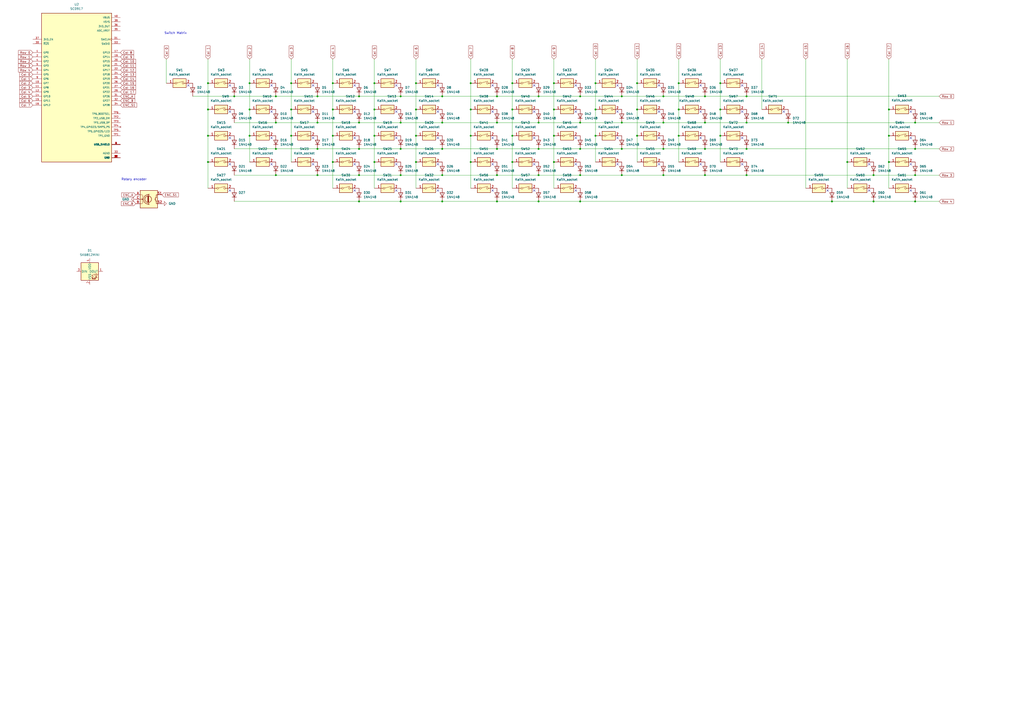
<source format=kicad_sch>
(kicad_sch (version 20231120) (generator "eeschema") (generator_version "8.0")
  (paper "A2")
  (junction (at 144.78 48.26))
  (junction (at 345.44 78.74))
  (junction (at 217.17 78.74))
  (junction (at 482.6 116.84))
  (junction (at 345.44 48.26))
  (junction (at 193.04 48.26))
  (junction (at 144.78 63.5))
  (junction (at 321.31 78.74))
  (junction (at 232.41 71.12))
  (junction (at 433.07 71.12))
  (junction (at 184.15 101.6))
  (junction (at 193.04 93.98))
  (junction (at 256.54 86.36))
  (junction (at 336.55 71.12))
  (junction (at 360.68 55.88))
  (junction (at 312.42 101.6))
  (junction (at 232.41 55.88))
  (junction (at 241.3 93.98))
  (junction (at 288.29 86.36))
  (junction (at 360.68 86.36))
  (junction (at 217.17 63.5))
  (junction (at 321.31 48.26))
  (junction (at 515.62 63.5))
  (junction (at 369.57 48.26))
  (junction (at 336.55 101.6))
  (junction (at 160.02 55.88))
  (junction (at 360.68 71.12))
  (junction (at 360.68 101.6))
  (junction (at 241.3 78.74))
  (junction (at 288.29 55.88))
  (junction (at 184.15 71.12))
  (junction (at 193.04 78.74))
  (junction (at 408.94 71.12))
  (junction (at 417.83 63.5))
  (junction (at 530.86 86.36))
  (junction (at 297.18 48.26))
  (junction (at 208.28 101.6))
  (junction (at 297.18 78.74))
  (junction (at 208.28 116.84))
  (junction (at 168.91 48.26))
  (junction (at 135.89 55.88))
  (junction (at 160.02 71.12))
  (junction (at 208.28 71.12))
  (junction (at 506.73 101.6))
  (junction (at 168.91 78.74))
  (junction (at 273.05 93.98))
  (junction (at 208.28 55.88))
  (junction (at 120.65 48.26))
  (junction (at 241.3 63.5))
  (junction (at 288.29 71.12))
  (junction (at 256.54 116.84))
  (junction (at 321.31 93.98))
  (junction (at 457.2 71.12))
  (junction (at 393.7 78.74))
  (junction (at 120.65 78.74))
  (junction (at 312.42 71.12))
  (junction (at 408.94 55.88))
  (junction (at 506.73 116.84))
  (junction (at 530.86 71.12))
  (junction (at 345.44 63.5))
  (junction (at 408.94 101.6))
  (junction (at 120.65 63.5))
  (junction (at 336.55 55.88))
  (junction (at 288.29 116.84))
  (junction (at 217.17 48.26))
  (junction (at 393.7 63.5))
  (junction (at 232.41 86.36))
  (junction (at 515.62 78.74))
  (junction (at 120.65 93.98))
  (junction (at 288.29 101.6))
  (junction (at 232.41 101.6))
  (junction (at 256.54 101.6))
  (junction (at 160.02 86.36))
  (junction (at 312.42 55.88))
  (junction (at 384.81 55.88))
  (junction (at 369.57 78.74))
  (junction (at 433.07 101.6))
  (junction (at 491.49 93.98))
  (junction (at 273.05 63.5))
  (junction (at 208.28 86.36))
  (junction (at 417.83 48.26))
  (junction (at 417.83 78.74))
  (junction (at 312.42 86.36))
  (junction (at 336.55 86.36))
  (junction (at 193.04 63.5))
  (junction (at 160.02 101.6))
  (junction (at 232.41 116.84))
  (junction (at 515.62 93.98))
  (junction (at 273.05 48.26))
  (junction (at 433.07 55.88))
  (junction (at 144.78 78.74))
  (junction (at 297.18 93.98))
  (junction (at 408.94 86.36))
  (junction (at 241.3 48.26))
  (junction (at 393.7 48.26))
  (junction (at 433.07 86.36))
  (junction (at 168.91 63.5))
  (junction (at 184.15 55.88))
  (junction (at 256.54 55.88))
  (junction (at 384.81 86.36))
  (junction (at 256.54 71.12))
  (junction (at 530.86 116.84))
  (junction (at 384.81 71.12))
  (junction (at 369.57 63.5))
  (junction (at 297.18 63.5))
  (junction (at 184.15 86.36))
  (junction (at 530.86 101.6))
  (junction (at 312.42 116.84))
  (junction (at 321.31 63.5))
  (junction (at 273.05 78.74))
  (junction (at 217.17 93.98))
  (junction (at 384.81 101.6))
  (junction (at 336.55 116.84))
  (no_connect (at 504.19 110.49))
  (no_connect (at 406.4 49.53))
  (no_connect (at 229.87 95.25))
  (no_connect (at 334.01 110.49))
  (no_connect (at 334.01 80.01))
  (no_connect (at 254 64.77))
  (no_connect (at 334.01 95.25))
  (no_connect (at 528.32 64.77))
  (no_connect (at 133.35 80.01))
  (no_connect (at 334.01 64.77))
  (no_connect (at 454.66 64.77))
  (no_connect (at 309.88 80.01))
  (no_connect (at 157.48 95.25))
  (no_connect (at 358.14 95.25))
  (no_connect (at 430.53 64.77))
  (no_connect (at 133.35 110.49))
  (no_connect (at 285.75 49.53))
  (no_connect (at 480.06 110.49))
  (no_connect (at 309.88 49.53))
  (no_connect (at 358.14 64.77))
  (no_connect (at 133.35 49.53))
  (no_connect (at 334.01 49.53))
  (no_connect (at 157.48 49.53))
  (no_connect (at 285.75 80.01))
  (no_connect (at 205.74 110.49))
  (no_connect (at 382.27 49.53))
  (no_connect (at 205.74 95.25))
  (no_connect (at 157.48 80.01))
  (no_connect (at 229.87 64.77))
  (no_connect (at 406.4 80.01))
  (no_connect (at 285.75 95.25))
  (no_connect (at 430.53 49.53))
  (no_connect (at 229.87 110.49))
  (no_connect (at 181.61 80.01))
  (no_connect (at 181.61 95.25))
  (no_connect (at 528.32 95.25))
  (no_connect (at 504.19 95.25))
  (no_connect (at 133.35 95.25))
  (no_connect (at 205.74 80.01))
  (no_connect (at 285.75 110.49))
  (no_connect (at 181.61 64.77))
  (no_connect (at 309.88 110.49))
  (no_connect (at 528.32 80.01))
  (no_connect (at 406.4 95.25))
  (no_connect (at 254 80.01))
  (no_connect (at 406.4 64.77))
  (no_connect (at 382.27 95.25))
  (no_connect (at 205.74 64.77))
  (no_connect (at 254 110.49))
  (no_connect (at 430.53 80.01))
  (no_connect (at 133.35 64.77))
  (no_connect (at 358.14 49.53))
  (no_connect (at 157.48 64.77))
  (no_connect (at 528.32 110.49))
  (no_connect (at 205.74 49.53))
  (no_connect (at 309.88 95.25))
  (no_connect (at 430.53 95.25))
  (no_connect (at 382.27 64.77))
  (no_connect (at 309.88 64.77))
  (no_connect (at 254 95.25))
  (no_connect (at 181.61 49.53))
  (no_connect (at 229.87 49.53))
  (no_connect (at 254 49.53))
  (no_connect (at 109.22 49.53))
  (no_connect (at 382.27 80.01))
  (no_connect (at 229.87 80.01))
  (no_connect (at 358.14 80.01))
  (no_connect (at 285.75 64.77))
  (wire (pts (xy 417.83 48.26) (xy 417.83 63.5)))
  (wire (pts (xy 297.18 34.29) (xy 297.18 48.26)))
  (wire (pts (xy 135.89 71.12) (xy 160.02 71.12)))
  (wire (pts (xy 241.3 63.5) (xy 241.3 78.74)))
  (wire (pts (xy 433.07 101.6) (xy 506.73 101.6)))
  (wire (pts (xy 345.44 63.5) (xy 345.44 78.74)))
  (wire (pts (xy 168.91 34.29) (xy 168.91 48.26)))
  (wire (pts (xy 369.57 63.5) (xy 369.57 78.74)))
  (wire (pts (xy 433.07 55.88) (xy 544.83 55.88)))
  (wire (pts (xy 384.81 55.88) (xy 408.94 55.88)))
  (wire (pts (xy 321.31 48.26) (xy 321.31 63.5)))
  (wire (pts (xy 515.62 78.74) (xy 515.62 63.5)))
  (wire (pts (xy 506.73 101.6) (xy 530.86 101.6)))
  (wire (pts (xy 288.29 101.6) (xy 312.42 101.6)))
  (wire (pts (xy 408.94 101.6) (xy 433.07 101.6)))
  (wire (pts (xy 144.78 78.74) (xy 144.78 93.98)))
  (wire (pts (xy 184.15 86.36) (xy 208.28 86.36)))
  (wire (pts (xy 393.7 63.5) (xy 393.7 78.74)))
  (wire (pts (xy 193.04 93.98) (xy 193.04 109.22)))
  (wire (pts (xy 135.89 55.88) (xy 160.02 55.88)))
  (wire (pts (xy 144.78 63.5) (xy 144.78 78.74)))
  (wire (pts (xy 515.62 34.29) (xy 515.62 63.5)))
  (wire (pts (xy 120.65 34.29) (xy 120.65 48.26)))
  (wire (pts (xy 135.89 101.6) (xy 160.02 101.6)))
  (wire (pts (xy 312.42 116.84) (xy 336.55 116.84)))
  (wire (pts (xy 360.68 55.88) (xy 384.81 55.88)))
  (wire (pts (xy 297.18 48.26) (xy 297.18 63.5)))
  (wire (pts (xy 336.55 71.12) (xy 360.68 71.12)))
  (wire (pts (xy 208.28 86.36) (xy 232.41 86.36)))
  (wire (pts (xy 312.42 86.36) (xy 336.55 86.36)))
  (wire (pts (xy 160.02 55.88) (xy 184.15 55.88)))
  (wire (pts (xy 312.42 71.12) (xy 336.55 71.12)))
  (wire (pts (xy 369.57 78.74) (xy 369.57 93.98)))
  (wire (pts (xy 297.18 93.98) (xy 297.18 109.22)))
  (wire (pts (xy 217.17 34.29) (xy 217.17 48.26)))
  (wire (pts (xy 120.65 63.5) (xy 120.65 78.74)))
  (wire (pts (xy 193.04 63.5) (xy 193.04 78.74)))
  (wire (pts (xy 111.76 55.88) (xy 135.89 55.88)))
  (wire (pts (xy 144.78 48.26) (xy 144.78 63.5)))
  (wire (pts (xy 193.04 48.26) (xy 193.04 63.5)))
  (wire (pts (xy 168.91 48.26) (xy 168.91 63.5)))
  (wire (pts (xy 467.36 34.29) (xy 467.36 109.22)))
  (wire (pts (xy 297.18 63.5) (xy 297.18 78.74)))
  (wire (pts (xy 184.15 71.12) (xy 208.28 71.12)))
  (wire (pts (xy 345.44 78.74) (xy 345.44 93.98)))
  (wire (pts (xy 241.3 78.74) (xy 241.3 93.98)))
  (wire (pts (xy 506.73 116.84) (xy 530.86 116.84)))
  (wire (pts (xy 336.55 55.88) (xy 360.68 55.88)))
  (wire (pts (xy 408.94 71.12) (xy 433.07 71.12)))
  (wire (pts (xy 491.49 93.98) (xy 491.49 109.22)))
  (wire (pts (xy 256.54 86.36) (xy 288.29 86.36)))
  (wire (pts (xy 135.89 86.36) (xy 160.02 86.36)))
  (wire (pts (xy 208.28 55.88) (xy 232.41 55.88)))
  (wire (pts (xy 120.65 48.26) (xy 120.65 63.5)))
  (wire (pts (xy 217.17 48.26) (xy 217.17 63.5)))
  (wire (pts (xy 393.7 78.74) (xy 393.7 93.98)))
  (wire (pts (xy 256.54 55.88) (xy 288.29 55.88)))
  (wire (pts (xy 160.02 101.6) (xy 184.15 101.6)))
  (wire (pts (xy 482.6 116.84) (xy 506.73 116.84)))
  (wire (pts (xy 184.15 101.6) (xy 208.28 101.6)))
  (wire (pts (xy 312.42 101.6) (xy 336.55 101.6)))
  (wire (pts (xy 408.94 86.36) (xy 433.07 86.36)))
  (wire (pts (xy 336.55 86.36) (xy 360.68 86.36)))
  (wire (pts (xy 544.83 116.84) (xy 530.86 116.84)))
  (wire (pts (xy 144.78 34.29) (xy 144.78 48.26)))
  (wire (pts (xy 96.52 34.29) (xy 96.52 48.26)))
  (wire (pts (xy 241.3 34.29) (xy 241.3 48.26)))
  (wire (pts (xy 515.62 78.74) (xy 515.62 93.98)))
  (wire (pts (xy 256.54 116.84) (xy 288.29 116.84)))
  (wire (pts (xy 544.83 86.36) (xy 530.86 86.36)))
  (wire (pts (xy 345.44 34.29) (xy 345.44 48.26)))
  (wire (pts (xy 120.65 78.74) (xy 120.65 93.98)))
  (wire (pts (xy 408.94 55.88) (xy 433.07 55.88)))
  (wire (pts (xy 321.31 93.98) (xy 321.31 109.22)))
  (wire (pts (xy 369.57 48.26) (xy 369.57 63.5)))
  (wire (pts (xy 345.44 48.26) (xy 345.44 63.5)))
  (wire (pts (xy 184.15 55.88) (xy 208.28 55.88)))
  (wire (pts (xy 208.28 101.6) (xy 232.41 101.6)))
  (wire (pts (xy 168.91 78.74) (xy 168.91 93.98)))
  (wire (pts (xy 360.68 86.36) (xy 384.81 86.36)))
  (wire (pts (xy 417.83 63.5) (xy 417.83 78.74)))
  (wire (pts (xy 273.05 34.29) (xy 273.05 48.26)))
  (wire (pts (xy 393.7 34.29) (xy 393.7 48.26)))
  (wire (pts (xy 160.02 86.36) (xy 184.15 86.36)))
  (wire (pts (xy 393.7 48.26) (xy 393.7 63.5)))
  (wire (pts (xy 273.05 93.98) (xy 273.05 109.22)))
  (wire (pts (xy 336.55 116.84) (xy 482.6 116.84)))
  (wire (pts (xy 208.28 71.12) (xy 232.41 71.12)))
  (wire (pts (xy 417.83 34.29) (xy 417.83 48.26)))
  (wire (pts (xy 384.81 86.36) (xy 408.94 86.36)))
  (wire (pts (xy 384.81 101.6) (xy 408.94 101.6)))
  (wire (pts (xy 232.41 116.84) (xy 256.54 116.84)))
  (wire (pts (xy 120.65 93.98) (xy 120.65 109.22)))
  (wire (pts (xy 441.96 34.29) (xy 441.96 63.5)))
  (wire (pts (xy 336.55 101.6) (xy 360.68 101.6)))
  (wire (pts (xy 384.81 71.12) (xy 408.94 71.12)))
  (wire (pts (xy 256.54 101.6) (xy 288.29 101.6)))
  (wire (pts (xy 515.62 93.98) (xy 515.62 109.22)))
  (wire (pts (xy 321.31 78.74) (xy 321.31 93.98)))
  (wire (pts (xy 288.29 55.88) (xy 312.42 55.88)))
  (wire (pts (xy 241.3 48.26) (xy 241.3 63.5)))
  (wire (pts (xy 160.02 71.12) (xy 184.15 71.12)))
  (wire (pts (xy 208.28 116.84) (xy 232.41 116.84)))
  (wire (pts (xy 232.41 55.88) (xy 256.54 55.88)))
  (wire (pts (xy 193.04 78.74) (xy 193.04 93.98)))
  (wire (pts (xy 168.91 63.5) (xy 168.91 78.74)))
  (wire (pts (xy 321.31 34.29) (xy 321.31 48.26)))
  (wire (pts (xy 369.57 34.29) (xy 369.57 48.26)))
  (wire (pts (xy 217.17 93.98) (xy 217.17 109.22)))
  (wire (pts (xy 232.41 71.12) (xy 256.54 71.12)))
  (wire (pts (xy 217.17 78.74) (xy 217.17 93.98)))
  (wire (pts (xy 321.31 63.5) (xy 321.31 78.74)))
  (wire (pts (xy 273.05 63.5) (xy 273.05 78.74)))
  (wire (pts (xy 193.04 34.29) (xy 193.04 48.26)))
  (wire (pts (xy 360.68 101.6) (xy 384.81 101.6)))
  (wire (pts (xy 417.83 78.74) (xy 417.83 93.98)))
  (wire (pts (xy 232.41 101.6) (xy 256.54 101.6)))
  (wire (pts (xy 232.41 86.36) (xy 256.54 86.36)))
  (wire (pts (xy 544.83 71.12) (xy 530.86 71.12)))
  (wire (pts (xy 288.29 71.12) (xy 312.42 71.12)))
  (wire (pts (xy 288.29 86.36) (xy 312.42 86.36)))
  (wire (pts (xy 360.68 71.12) (xy 384.81 71.12)))
  (wire (pts (xy 544.83 101.6) (xy 530.86 101.6)))
  (wire (pts (xy 135.89 116.84) (xy 208.28 116.84)))
  (wire (pts (xy 312.42 55.88) (xy 336.55 55.88)))
  (wire (pts (xy 288.29 116.84) (xy 312.42 116.84)))
  (wire (pts (xy 217.17 63.5) (xy 217.17 78.74)))
  (wire (pts (xy 273.05 78.74) (xy 273.05 93.98)))
  (wire (pts (xy 256.54 71.12) (xy 288.29 71.12)))
  (wire (pts (xy 433.07 86.36) (xy 530.86 86.36)))
  (wire (pts (xy 241.3 93.98) (xy 241.3 109.22)))
  (wire (pts (xy 297.18 78.74) (xy 297.18 93.98)))
  (wire (pts (xy 491.49 34.29) (xy 491.49 93.98)))
  (wire (pts (xy 433.07 71.12) (xy 457.2 71.12)))
  (wire (pts (xy 273.05 48.26) (xy 273.05 63.5)))
  (wire (pts (xy 457.2 71.12) (xy 530.86 71.12)))
  (text "Switch Matrix" (at 101.854 19.304 0) (effects (font (size 1.27 1.27))))
  (text "Rotary encoder" (at 77.724 104.14 0) (effects (font (size 1.27 1.27))))
  (global_label "Col 11" (shape input) (at 69.85 38.1 0) (property "Intersheetrefs" "${INTERSHEET_REFS}" (effects (hide yes))))
  (global_label "Col 10" (shape input) (at 345.44 34.29 90) (property "Intersheetrefs" "${INTERSHEET_REFS}" (effects (hide yes))))
  (global_label "Col 4" (shape input) (at 193.04 34.29 90) (property "Intersheetrefs" "${INTERSHEET_REFS}" (effects (hide yes))))
  (global_label "Row 4" (shape input) (at 19.05 40.64 180) (property "Intersheetrefs" "${INTERSHEET_REFS}" (effects (hide yes))))
  (global_label "Col 14" (shape input) (at 69.85 45.72 0) (property "Intersheetrefs" "${INTERSHEET_REFS}" (effects (hide yes))))
  (global_label "Col 12" (shape input) (at 69.85 40.64 0) (property "Intersheetrefs" "${INTERSHEET_REFS}" (effects (hide yes))))
  (global_label "Col 0" (shape input) (at 96.52 34.29 90) (property "Intersheetrefs" "${INTERSHEET_REFS}" (effects (hide yes))))
  (global_label "Row 0" (shape input) (at 544.83 55.88 0) (property "Intersheetrefs" "${INTERSHEET_REFS}" (effects (hide yes))))
  (global_label "ENC_S1" (shape input) (at 93.98 113.03 0) (property "Intersheetrefs" "${INTERSHEET_REFS}" (effects (hide yes))))
  (global_label "Col 13" (shape input) (at 417.83 34.29 90) (property "Intersheetrefs" "${INTERSHEET_REFS}" (effects (hide yes))))
  (global_label "ENC_S1" (shape input) (at 69.85 60.96 0) (property "Intersheetrefs" "${INTERSHEET_REFS}" (effects (hide yes))))
  (global_label "ENC_B" (shape input) (at 69.85 58.42 0) (property "Intersheetrefs" "${INTERSHEET_REFS}" (effects (hide yes))))
  (global_label "Col 2" (shape input) (at 19.05 48.26 180) (property "Intersheetrefs" "${INTERSHEET_REFS}" (effects (hide yes))))
  (global_label "Row 1" (shape input) (at 19.05 33.02 180) (property "Intersheetrefs" "${INTERSHEET_REFS}" (effects (hide yes))))
  (global_label "Col 6" (shape input) (at 19.05 58.42 180) (property "Intersheetrefs" "${INTERSHEET_REFS}" (effects (hide yes))))
  (global_label "Col 5" (shape input) (at 19.05 55.88 180) (property "Intersheetrefs" "${INTERSHEET_REFS}" (effects (hide yes))))
  (global_label "Col 6" (shape input) (at 241.3 34.29 90) (property "Intersheetrefs" "${INTERSHEET_REFS}" (effects (hide yes))))
  (global_label "Row 4" (shape input) (at 544.83 116.84 0) (property "Intersheetrefs" "${INTERSHEET_REFS}" (effects (hide yes))))
  (global_label "Col 9" (shape input) (at 69.85 33.02 0) (property "Intersheetrefs" "${INTERSHEET_REFS}" (effects (hide yes))))
  (global_label "Row 3" (shape input) (at 19.05 38.1 180) (property "Intersheetrefs" "${INTERSHEET_REFS}" (effects (hide yes))))
  (global_label "Row 3" (shape input) (at 544.83 101.6 0) (property "Intersheetrefs" "${INTERSHEET_REFS}" (effects (hide yes))))
  (global_label "Col 4" (shape input) (at 19.05 53.34 180) (property "Intersheetrefs" "${INTERSHEET_REFS}" (effects (hide yes))))
  (global_label "ENC_A" (shape input) (at 78.74 113.03 180) (property "Intersheetrefs" "${INTERSHEET_REFS}" (effects (hide yes))))
  (global_label "Row 2" (shape input) (at 544.83 86.36 0) (property "Intersheetrefs" "${INTERSHEET_REFS}" (effects (hide yes))))
  (global_label "Col 14" (shape input) (at 441.96 34.29 90) (property "Intersheetrefs" "${INTERSHEET_REFS}" (effects (hide yes))))
  (global_label "Col 10" (shape input) (at 69.85 35.56 0) (property "Intersheetrefs" "${INTERSHEET_REFS}" (effects (hide yes))))
  (global_label "Col 3" (shape input) (at 168.91 34.29 90) (property "Intersheetrefs" "${INTERSHEET_REFS}" (effects (hide yes))))
  (global_label "Col 5" (shape input) (at 217.17 34.29 90) (property "Intersheetrefs" "${INTERSHEET_REFS}" (effects (hide yes))))
  (global_label "Col 12" (shape input) (at 393.7 34.29 90) (property "Intersheetrefs" "${INTERSHEET_REFS}" (effects (hide yes))))
  (global_label "ENC_A" (shape input) (at 69.85 55.88 0) (property "Intersheetrefs" "${INTERSHEET_REFS}" (effects (hide yes))))
  (global_label "Col 13" (shape input) (at 69.85 43.18 0) (property "Intersheetrefs" "${INTERSHEET_REFS}" (effects (hide yes))))
  (global_label "Col 8" (shape input) (at 69.85 30.48 0) (property "Intersheetrefs" "${INTERSHEET_REFS}" (effects (hide yes))))
  (global_label "Col 9" (shape input) (at 321.31 34.29 90) (property "Intersheetrefs" "${INTERSHEET_REFS}" (effects (hide yes))))
  (global_label "Row 0" (shape input) (at 19.05 30.48 180) (property "Intersheetrefs" "${INTERSHEET_REFS}" (effects (hide yes))))
  (global_label "ENC_B" (shape input) (at 78.74 118.11 180) (property "Intersheetrefs" "${INTERSHEET_REFS}" (effects (hide yes))))
  (global_label "Row 2" (shape input) (at 19.05 35.56 180) (property "Intersheetrefs" "${INTERSHEET_REFS}" (effects (hide yes))))
  (global_label "Col 17" (shape input) (at 69.85 53.34 0) (property "Intersheetrefs" "${INTERSHEET_REFS}" (effects (hide yes))))
  (global_label "Col 16" (shape input) (at 69.85 50.8 0) (property "Intersheetrefs" "${INTERSHEET_REFS}" (effects (hide yes))))
  (global_label "Col 1" (shape input) (at 120.65 34.29 90) (property "Intersheetrefs" "${INTERSHEET_REFS}" (effects (hide yes))))
  (global_label "Col 7" (shape input) (at 273.05 34.29 90) (property "Intersheetrefs" "${INTERSHEET_REFS}" (effects (hide yes))))
  (global_label "Col 8" (shape input) (at 297.18 34.29 90) (property "Intersheetrefs" "${INTERSHEET_REFS}" (effects (hide yes))))
  (global_label "Col 11" (shape input) (at 369.57 34.29 90) (property "Intersheetrefs" "${INTERSHEET_REFS}" (effects (hide yes))))
  (global_label "Row 1" (shape input) (at 544.83 71.12 0) (property "Intersheetrefs" "${INTERSHEET_REFS}" (effects (hide yes))))
  (global_label "Col 17" (shape input) (at 515.62 34.29 90) (property "Intersheetrefs" "${INTERSHEET_REFS}" (effects (hide yes))))
  (global_label "Col 7" (shape input) (at 19.05 60.96 180) (property "Intersheetrefs" "${INTERSHEET_REFS}" (effects (hide yes))))
  (global_label "Col 15" (shape input) (at 69.85 48.26 0) (property "Intersheetrefs" "${INTERSHEET_REFS}" (effects (hide yes))))
  (global_label "Col 2" (shape input) (at 144.78 34.29 90) (property "Intersheetrefs" "${INTERSHEET_REFS}" (effects (hide yes))))
  (global_label "Col 3" (shape input) (at 19.05 50.8 180) (property "Intersheetrefs" "${INTERSHEET_REFS}" (effects (hide yes))))
  (global_label "Col 0" (shape input) (at 19.05 43.18 180) (property "Intersheetrefs" "${INTERSHEET_REFS}" (effects (hide yes))))
  (global_label "Col 16" (shape input) (at 491.49 34.29 90) (property "Intersheetrefs" "${INTERSHEET_REFS}" (effects (hide yes))))
  (global_label "Col 15" (shape input) (at 467.36 34.29 90) (property "Intersheetrefs" "${INTERSHEET_REFS}" (effects (hide yes))))
  (global_label "Col 1" (shape input) (at 19.05 45.72 180) (property "Intersheetrefs" "${INTERSHEET_REFS}" (effects (hide yes))))
  (symbol (lib_id "Diode:1N4148") (at 135.89 97.79 90) (unit 1)
    (property "Reference" "D21" (at 138.43 96.5199 90) (effects (justify right)))
    (property "Value" "1N4148" (at 138.43 99.0599 90) (effects (justify right)))
    (property "Footprint" "Diode_THT:D_DO-35_SOD27_P7.62mm_Horizontal" (effects (hide yes)))
    (property "Datasheet" "https://assets.nexperia.com/documents/data-sheet/1N4148_1N4448.pdf" (effects (hide yes)))
    (property "Description" "100V 0.15A standard switching diode, DO-35" (effects (hide yes)))
    (property "Sim.Device" "D" (effects (hide yes)))
    (property "Sim.Pins" "1=K 2=A" (effects (hide yes)))
  )
  (symbol (lib_id "Switch:SW_DIP_x01") (at 128.27 48.26 0) (unit 1)
    (property "Reference" "SW3" (at 128.27 40.64 0))
    (property "Value" "Kailh_socket" (at 128.27 43.18 0))
    (property "Footprint" "keyswitches.pretty-master:Kailh_socket_MX" (effects (hide yes)))
    (property "Description" "1x DIP Switch, Single Pole Single Throw (SPST) switch, small symbol" (effects (hide yes)))
  )
  (symbol (lib_id "Switch:SW_DIP_x01") (at 425.45 78.74 0) (unit 1)
    (property "Reference" "SW72" (at 425.45 71.12 0))
    (property "Value" "Kailh_socket" (at 425.45 73.66 0))
    (property "Footprint" "keyswitches.pretty-master:Kailh_socket_MX" (effects (hide yes)))
    (property "Description" "1x DIP Switch, Single Pole Single Throw (SPST) switch, small symbol" (effects (hide yes)))
  )
  (symbol (lib_id "Diode:1N4148") (at 208.28 113.03 90) (unit 1)
    (property "Reference" "D30" (at 210.82 111.7599 90) (effects (justify right)))
    (property "Value" "1N4148" (at 210.82 114.2999 90) (effects (justify right)))
    (property "Footprint" "Diode_THT:D_DO-35_SOD27_P7.62mm_Horizontal" (effects (hide yes)))
    (property "Datasheet" "https://assets.nexperia.com/documents/data-sheet/1N4148_1N4448.pdf" (effects (hide yes)))
    (property "Description" "100V 0.15A standard switching diode, DO-35" (effects (hide yes)))
    (property "Sim.Device" "D" (effects (hide yes)))
    (property "Sim.Pins" "1=K 2=A" (effects (hide yes)))
  )
  (symbol (lib_id "Switch:SW_DIP_x01") (at 224.79 78.74 0) (unit 1)
    (property "Reference" "SW19" (at 224.79 71.12 0))
    (property "Value" "Kailh_socket" (at 224.79 73.66 0))
    (property "Footprint" "keyswitches.pretty-master:Kailh_socket_MX" (effects (hide yes)))
    (property "Description" "1x DIP Switch, Single Pole Single Throw (SPST) switch, small symbol" (effects (hide yes)))
  )
  (symbol (lib_id "Switch:SW_DIP_x01") (at 304.8 78.74 0) (unit 1)
    (property "Reference" "SW43" (at 304.8 71.12 0))
    (property "Value" "Kailh_socket" (at 304.8 73.66 0))
    (property "Footprint" "keyswitches.pretty-master:Kailh_socket_MX" (effects (hide yes)))
    (property "Description" "1x DIP Switch, Single Pole Single Throw (SPST) switch, small symbol" (effects (hide yes)))
  )
  (symbol (lib_id "Diode:1N4148") (at 288.29 113.03 90) (unit 1)
    (property "Reference" "D56" (at 290.83 111.7599 90) (effects (justify right)))
    (property "Value" "1N4148" (at 290.83 114.2999 90) (effects (justify right)))
    (property "Footprint" "Diode_THT:D_DO-35_SOD27_P7.62mm_Horizontal" (effects (hide yes)))
    (property "Datasheet" "https://assets.nexperia.com/documents/data-sheet/1N4148_1N4448.pdf" (effects (hide yes)))
    (property "Description" "100V 0.15A standard switching diode, DO-35" (effects (hide yes)))
    (property "Sim.Device" "D" (effects (hide yes)))
    (property "Sim.Pins" "1=K 2=A" (effects (hide yes)))
  )
  (symbol (lib_id "Diode:1N4148") (at 312.42 97.79 90) (unit 1)
    (property "Reference" "D52" (at 314.96 96.5199 90) (effects (justify right)))
    (property "Value" "1N4148" (at 314.96 99.0599 90) (effects (justify right)))
    (property "Footprint" "Diode_THT:D_DO-35_SOD27_P7.62mm_Horizontal" (effects (hide yes)))
    (property "Datasheet" "https://assets.nexperia.com/documents/data-sheet/1N4148_1N4448.pdf" (effects (hide yes)))
    (property "Description" "100V 0.15A standard switching diode, DO-35" (effects (hide yes)))
    (property "Sim.Device" "D" (effects (hide yes)))
    (property "Sim.Pins" "1=K 2=A" (effects (hide yes)))
  )
  (symbol (lib_id "Switch:SW_DIP_x01") (at 280.67 78.74 0) (unit 1)
    (property "Reference" "SW41" (at 280.67 71.12 0))
    (property "Value" "Kailh_socket" (at 280.67 73.66 0))
    (property "Footprint" "keyswitches.pretty-master:Kailh_socket_MX" (effects (hide yes)))
    (property "Description" "1x DIP Switch, Single Pole Single Throw (SPST) switch, small symbol" (effects (hide yes)))
  )
  (symbol (lib_id "Switch:SW_DIP_x01") (at 328.93 63.5 0) (unit 1)
    (property "Reference" "SW42" (at 328.93 55.88 0))
    (property "Value" "Kailh_socket" (at 328.93 58.42 0))
    (property "Footprint" "keyswitches.pretty-master:Kailh_socket_MX" (effects (hide yes)))
    (property "Description" "1x DIP Switch, Single Pole Single Throw (SPST) switch, small symbol" (effects (hide yes)))
  )
  (symbol (lib_id "Switch:SW_DIP_x01") (at 523.24 93.98 0) (unit 1)
    (property "Reference" "SW65" (at 523.24 86.36 0))
    (property "Value" "Kailh_socket" (at 523.24 88.9 0))
    (property "Footprint" "keyswitches.pretty-master:Kailh_socket_MX" (effects (hide yes)))
    (property "Description" "1x DIP Switch, Single Pole Single Throw (SPST) switch, small symbol" (effects (hide yes)))
  )
  (symbol (lib_id "SC0917:SC0917") (at 44.45 50.8 0) (unit 1)
    (property "Reference" "U2" (at 44.45 2.54 0))
    (property "Value" "SC0917" (at 44.45 5.08 0))
    (property "Footprint" "SC0917:MODULE_SC0917" (effects (hide yes)))
    (property "DigiKey_Part_Number" "2648-SC0917-ND" (effects (hide yes)))
    (property "SnapEDA_Link" "https://www.snapeda.com/parts/SC0917/Raspberry+Pi/view-part/?ref=snap" (effects (hide yes)))
    (property "Description_1" "\n                        \n                            RP2040 Raspberry Pi Pico - ARM® Cortex®-M0+ MCU 32-Bit Embedded Evaluation Board\n                        \n" (effects (hide yes)))
    (property "Package" "None" (effects (hide yes)))
    (property "Check_prices" "https://www.snapeda.com/parts/SC0917/Raspberry+Pi/view-part/?ref=eda" (effects (hide yes)))
    (property "STANDARD" "Manufacturer Recommendations" (effects (hide yes)))
    (property "PARTREV" "1.9" (effects (hide yes)))
    (property "MF" "Raspberry Pi" (effects (hide yes)))
    (property "MP" "SC0917" (effects (hide yes)))
    (property "SNAPEDA_PN" "SC0915" (effects (hide yes)))
    (property "MANUFACTURER" "Pi Supply" (effects (hide yes)))
  )
  (symbol (lib_id "Switch:SW_DIP_x01") (at 425.45 93.98 0) (unit 1)
    (property "Reference" "SW73" (at 425.45 86.36 0))
    (property "Value" "Kailh_socket" (at 425.45 88.9 0))
    (property "Footprint" "keyswitches.pretty-master:Kailh_socket_MX" (effects (hide yes)))
    (property "Description" "1x DIP Switch, Single Pole Single Throw (SPST) switch, small symbol" (effects (hide yes)))
  )
  (symbol (lib_id "Diode:1N4148") (at 336.55 67.31 90) (unit 1)
    (property "Reference" "D42" (at 339.09 66.0399 90) (effects (justify right)))
    (property "Value" "1N4148" (at 339.09 68.5799 90) (effects (justify right)))
    (property "Footprint" "Diode_THT:D_DO-35_SOD27_P7.62mm_Horizontal" (effects (hide yes)))
    (property "Datasheet" "https://assets.nexperia.com/documents/data-sheet/1N4148_1N4448.pdf" (effects (hide yes)))
    (property "Description" "100V 0.15A standard switching diode, DO-35" (effects (hide yes)))
    (property "Sim.Device" "D" (effects (hide yes)))
    (property "Sim.Pins" "1=K 2=A" (effects (hide yes)))
  )
  (symbol (lib_id "Diode:1N4148") (at 482.6 113.03 90) (unit 1)
    (property "Reference" "D59" (at 485.14 111.7599 90) (effects (justify right)))
    (property "Value" "1N4148" (at 485.14 114.2999 90) (effects (justify right)))
    (property "Footprint" "Diode_THT:D_DO-35_SOD27_P7.62mm_Horizontal" (effects (hide yes)))
    (property "Datasheet" "https://assets.nexperia.com/documents/data-sheet/1N4148_1N4448.pdf" (effects (hide yes)))
    (property "Description" "100V 0.15A standard switching diode, DO-35" (effects (hide yes)))
    (property "Sim.Device" "D" (effects (hide yes)))
    (property "Sim.Pins" "1=K 2=A" (effects (hide yes)))
  )
  (symbol (lib_id "Diode:1N4148") (at 433.07 82.55 90) (unit 1)
    (property "Reference" "D73" (at 435.61 81.2799 90) (effects (justify right)))
    (property "Value" "1N4148" (at 435.61 83.8199 90) (effects (justify right)))
    (property "Footprint" "Diode_THT:D_DO-35_SOD27_P7.62mm_Horizontal" (effects (hide yes)))
    (property "Datasheet" "https://assets.nexperia.com/documents/data-sheet/1N4148_1N4448.pdf" (effects (hide yes)))
    (property "Description" "100V 0.15A standard switching diode, DO-35" (effects (hide yes)))
    (property "Sim.Device" "D" (effects (hide yes)))
    (property "Sim.Pins" "1=K 2=A" (effects (hide yes)))
  )
  (symbol (lib_id "Diode:1N4148") (at 208.28 67.31 90) (unit 1)
    (property "Reference" "D12" (at 210.82 66.0399 90) (effects (justify right)))
    (property "Value" "1N4148" (at 210.82 68.5799 90) (effects (justify right)))
    (property "Footprint" "Diode_THT:D_DO-35_SOD27_P7.62mm_Horizontal" (effects (hide yes)))
    (property "Datasheet" "https://assets.nexperia.com/documents/data-sheet/1N4148_1N4448.pdf" (effects (hide yes)))
    (property "Description" "100V 0.15A standard switching diode, DO-35" (effects (hide yes)))
    (property "Sim.Device" "D" (effects (hide yes)))
    (property "Sim.Pins" "1=K 2=A" (effects (hide yes)))
  )
  (symbol (lib_id "Switch:SW_DIP_x01") (at 304.8 48.26 0) (unit 1)
    (property "Reference" "SW29" (at 304.8 40.64 0))
    (property "Value" "Kailh_socket" (at 304.8 43.18 0))
    (property "Footprint" "keyswitches.pretty-master:Kailh_socket_MX" (effects (hide yes)))
    (property "Description" "1x DIP Switch, Single Pole Single Throw (SPST) switch, small symbol" (effects (hide yes)))
  )
  (symbol (lib_id "Switch:SW_DIP_x01") (at 128.27 93.98 0) (unit 1)
    (property "Reference" "SW21" (at 128.27 86.36 0))
    (property "Value" "Kailh_socket" (at 128.27 88.9 0))
    (property "Footprint" "keyswitches.pretty-master:Kailh_socket_MX" (effects (hide yes)))
    (property "Description" "1x DIP Switch, Single Pole Single Throw (SPST) switch, small symbol" (effects (hide yes)))
  )
  (symbol (lib_id "Diode:1N4148") (at 336.55 113.03 90) (unit 1)
    (property "Reference" "D58" (at 339.09 111.7599 90) (effects (justify right)))
    (property "Value" "1N4148" (at 339.09 114.2999 90) (effects (justify right)))
    (property "Footprint" "Diode_THT:D_DO-35_SOD27_P7.62mm_Horizontal" (effects (hide yes)))
    (property "Datasheet" "https://assets.nexperia.com/documents/data-sheet/1N4148_1N4448.pdf" (effects (hide yes)))
    (property "Description" "100V 0.15A standard switching diode, DO-35" (effects (hide yes)))
    (property "Sim.Device" "D" (effects (hide yes)))
    (property "Sim.Pins" "1=K 2=A" (effects (hide yes)))
  )
  (symbol (lib_id "Switch:SW_DIP_x01") (at 328.93 48.26 0) (unit 1)
    (property "Reference" "SW33" (at 328.93 40.64 0))
    (property "Value" "Kailh_socket" (at 328.93 43.18 0))
    (property "Footprint" "keyswitches.pretty-master:Kailh_socket_MX" (effects (hide yes)))
    (property "Description" "1x DIP Switch, Single Pole Single Throw (SPST) switch, small symbol" (effects (hide yes)))
  )
  (symbol (lib_id "Diode:1N4148") (at 433.07 97.79 90) (unit 1)
    (property "Reference" "D74" (at 435.61 96.5199 90) (effects (justify right)))
    (property "Value" "1N4148" (at 435.61 99.0599 90) (effects (justify right)))
    (property "Footprint" "Diode_THT:D_DO-35_SOD27_P7.62mm_Horizontal" (effects (hide yes)))
    (property "Datasheet" "https://assets.nexperia.com/documents/data-sheet/1N4148_1N4448.pdf" (effects (hide yes)))
    (property "Description" "100V 0.15A standard switching diode, DO-35" (effects (hide yes)))
    (property "Sim.Device" "D" (effects (hide yes)))
    (property "Sim.Pins" "1=K 2=A" (effects (hide yes)))
  )
  (symbol (lib_id "Switch:SW_DIP_x01") (at 200.66 93.98 0) (unit 1)
    (property "Reference" "SW24" (at 200.66 86.36 0))
    (property "Value" "Kailh_socket" (at 200.66 88.9 0))
    (property "Footprint" "keyswitches.pretty-master:Kailh_socket_MX" (effects (hide yes)))
    (property "Description" "1x DIP Switch, Single Pole Single Throw (SPST) switch, small symbol" (effects (hide yes)))
  )
  (symbol (lib_id "Switch:SW_DIP_x01") (at 377.19 48.26 0) (unit 1)
    (property "Reference" "SW35" (at 377.19 40.64 0))
    (property "Value" "Kailh_socket" (at 377.19 43.18 0))
    (property "Footprint" "keyswitches.pretty-master:Kailh_socket_MX" (effects (hide yes)))
    (property "Description" "1x DIP Switch, Single Pole Single Throw (SPST) switch, small symbol" (effects (hide yes)))
  )
  (symbol (lib_id "Switch:SW_DIP_x01") (at 248.92 78.74 0) (unit 1)
    (property "Reference" "SW20" (at 248.92 71.12 0))
    (property "Value" "Kailh_socket" (at 248.92 73.66 0))
    (property "Footprint" "keyswitches.pretty-master:Kailh_socket_MX" (effects (hide yes)))
    (property "Description" "1x DIP Switch, Single Pole Single Throw (SPST) switch, small symbol" (effects (hide yes)))
  )
  (symbol (lib_id "Diode:1N4148") (at 208.28 97.79 90) (unit 1)
    (property "Reference" "D24" (at 210.82 96.5199 90) (effects (justify right)))
    (property "Value" "1N4148" (at 210.82 99.0599 90) (effects (justify right)))
    (property "Footprint" "Diode_THT:D_DO-35_SOD27_P7.62mm_Horizontal" (effects (hide yes)))
    (property "Datasheet" "https://assets.nexperia.com/documents/data-sheet/1N4148_1N4448.pdf" (effects (hide yes)))
    (property "Description" "100V 0.15A standard switching diode, DO-35" (effects (hide yes)))
    (property "Sim.Device" "D" (effects (hide yes)))
    (property "Sim.Pins" "1=K 2=A" (effects (hide yes)))
  )
  (symbol (lib_id "power:GND") (at 78.74 115.57 270) (unit 1)
    (property "Reference" "#PWR02" (effects (hide yes)))
    (property "Value" "GND" (at 74.93 115.5699 90) (effects (justify right)))
    (property "Description" "Power symbol creates a global label with name \"GND\" , ground" (effects (hide yes)))
  )
  (symbol (lib_id "Switch:SW_DIP_x01") (at 248.92 63.5 0) (unit 1)
    (property "Reference" "SW14" (at 248.92 55.88 0))
    (property "Value" "Kailh_socket" (at 248.92 58.42 0))
    (property "Footprint" "keyswitches.pretty-master:Kailh_socket_MX" (effects (hide yes)))
    (property "Description" "1x DIP Switch, Single Pole Single Throw (SPST) switch, small symbol" (effects (hide yes)))
  )
  (symbol (lib_id "Switch:SW_DIP_x01") (at 377.19 93.98 0) (unit 1)
    (property "Reference" "SW55" (at 377.19 86.36 0))
    (property "Value" "Kailh_socket" (at 377.19 88.9 0))
    (property "Footprint" "keyswitches.pretty-master:Kailh_socket_MX" (effects (hide yes)))
    (property "Description" "1x DIP Switch, Single Pole Single Throw (SPST) switch, small symbol" (effects (hide yes)))
  )
  (symbol (lib_id "Diode:1N4148") (at 312.42 52.07 90) (unit 1)
    (property "Reference" "D29" (at 314.96 50.7999 90) (effects (justify right)))
    (property "Value" "1N4148" (at 314.96 53.3399 90) (effects (justify right)))
    (property "Footprint" "Diode_THT:D_DO-35_SOD27_P7.62mm_Horizontal" (effects (hide yes)))
    (property "Datasheet" "https://assets.nexperia.com/documents/data-sheet/1N4148_1N4448.pdf" (effects (hide yes)))
    (property "Description" "100V 0.15A standard switching diode, DO-35" (effects (hide yes)))
    (property "Sim.Device" "D" (effects (hide yes)))
    (property "Sim.Pins" "1=K 2=A" (effects (hide yes)))
  )
  (symbol (lib_id "Switch:SW_DIP_x01") (at 176.53 93.98 0) (unit 1)
    (property "Reference" "SW23" (at 176.53 86.36 0))
    (property "Value" "Kailh_socket" (at 176.53 88.9 0))
    (property "Footprint" "keyswitches.pretty-master:Kailh_socket_MX" (effects (hide yes)))
    (property "Description" "1x DIP Switch, Single Pole Single Throw (SPST) switch, small symbol" (effects (hide yes)))
  )
  (symbol (lib_id "Switch:SW_DIP_x01") (at 425.45 48.26 0) (unit 1)
    (property "Reference" "SW37" (at 425.45 40.64 0))
    (property "Value" "Kailh_socket" (at 425.45 43.18 0))
    (property "Footprint" "keyswitches.pretty-master:Kailh_socket_MX" (effects (hide yes)))
    (property "Description" "1x DIP Switch, Single Pole Single Throw (SPST) switch, small symbol" (effects (hide yes)))
  )
  (symbol (lib_id "Diode:1N4148") (at 408.94 52.07 90) (unit 1)
    (property "Reference" "D36" (at 411.48 50.7999 90) (effects (justify right)))
    (property "Value" "1N4148" (at 411.48 53.3399 90) (effects (justify right)))
    (property "Footprint" "Diode_THT:D_DO-35_SOD27_P7.62mm_Horizontal" (effects (hide yes)))
    (property "Datasheet" "https://assets.nexperia.com/documents/data-sheet/1N4148_1N4448.pdf" (effects (hide yes)))
    (property "Description" "100V 0.15A standard switching diode, DO-35" (effects (hide yes)))
    (property "Sim.Device" "D" (effects (hide yes)))
    (property "Sim.Pins" "1=K 2=A" (effects (hide yes)))
  )
  (symbol (lib_id "Diode:1N4148") (at 256.54 97.79 90) (unit 1)
    (property "Reference" "D26" (at 259.08 96.5199 90) (effects (justify right)))
    (property "Value" "1N4148" (at 259.08 99.0599 90) (effects (justify right)))
    (property "Footprint" "Diode_THT:D_DO-35_SOD27_P7.62mm_Horizontal" (effects (hide yes)))
    (property "Datasheet" "https://assets.nexperia.com/documents/data-sheet/1N4148_1N4448.pdf" (effects (hide yes)))
    (property "Description" "100V 0.15A standard switching diode, DO-35" (effects (hide yes)))
    (property "Sim.Device" "D" (effects (hide yes)))
    (property "Sim.Pins" "1=K 2=A" (effects (hide yes)))
  )
  (symbol (lib_id "Diode:1N4148") (at 256.54 113.03 90) (unit 1)
    (property "Reference" "D32" (at 259.08 111.7599 90) (effects (justify right)))
    (property "Value" "1N4148" (at 259.08 114.2999 90) (effects (justify right)))
    (property "Footprint" "Diode_THT:D_DO-35_SOD27_P7.62mm_Horizontal" (effects (hide yes)))
    (property "Datasheet" "https://assets.nexperia.com/documents/data-sheet/1N4148_1N4448.pdf" (effects (hide yes)))
    (property "Description" "100V 0.15A standard switching diode, DO-35" (effects (hide yes)))
    (property "Sim.Device" "D" (effects (hide yes)))
    (property "Sim.Pins" "1=K 2=A" (effects (hide yes)))
  )
  (symbol (lib_id "Diode:1N4148") (at 506.73 97.79 90) (unit 1)
    (property "Reference" "D62" (at 509.27 96.5199 90) (effects (justify right)))
    (property "Value" "1N4148" (at 509.27 99.0599 90) (effects (justify right)))
    (property "Footprint" "Diode_THT:D_DO-35_SOD27_P7.62mm_Horizontal" (effects (hide yes)))
    (property "Datasheet" "https://assets.nexperia.com/documents/data-sheet/1N4148_1N4448.pdf" (effects (hide yes)))
    (property "Description" "100V 0.15A standard switching diode, DO-35" (effects (hide yes)))
    (property "Sim.Device" "D" (effects (hide yes)))
    (property "Sim.Pins" "1=K 2=A" (effects (hide yes)))
  )
  (symbol (lib_id "Diode:1N4148") (at 384.81 67.31 90) (unit 1)
    (property "Reference" "D46" (at 387.35 66.0399 90) (effects (justify right)))
    (property "Value" "1N4148" (at 387.35 68.5799 90) (effects (justify right)))
    (property "Footprint" "Diode_THT:D_DO-35_SOD27_P7.62mm_Horizontal" (effects (hide yes)))
    (property "Datasheet" "https://assets.nexperia.com/documents/data-sheet/1N4148_1N4448.pdf" (effects (hide yes)))
    (property "Description" "100V 0.15A standard switching diode, DO-35" (effects (hide yes)))
    (property "Sim.Device" "D" (effects (hide yes)))
    (property "Sim.Pins" "1=K 2=A" (effects (hide yes)))
  )
  (symbol (lib_id "Diode:1N4148") (at 288.29 97.79 90) (unit 1)
    (property "Reference" "D51" (at 290.83 96.5199 90) (effects (justify right)))
    (property "Value" "1N4148" (at 290.83 99.0599 90) (effects (justify right)))
    (property "Footprint" "Diode_THT:D_DO-35_SOD27_P7.62mm_Horizontal" (effects (hide yes)))
    (property "Datasheet" "https://assets.nexperia.com/documents/data-sheet/1N4148_1N4448.pdf" (effects (hide yes)))
    (property "Description" "100V 0.15A standard switching diode, DO-35" (effects (hide yes)))
    (property "Sim.Device" "D" (effects (hide yes)))
    (property "Sim.Pins" "1=K 2=A" (effects (hide yes)))
  )
  (symbol (lib_id "Switch:SW_DIP_x01") (at 128.27 109.22 0) (unit 1)
    (property "Reference" "SW27" (at 128.27 101.6 0))
    (property "Value" "Kailh_socket" (at 128.27 104.14 0))
    (property "Footprint" "keyswitches.pretty-master:Kailh_socket_MX" (effects (hide yes)))
    (property "Description" "1x DIP Switch, Single Pole Single Throw (SPST) switch, small symbol" (effects (hide yes)))
  )
  (symbol (lib_id "Diode:1N4148") (at 408.94 82.55 90) (unit 1)
    (property "Reference" "D69" (at 411.48 81.2799 90) (effects (justify right)))
    (property "Value" "1N4148" (at 411.48 83.8199 90) (effects (justify right)))
    (property "Footprint" "Diode_THT:D_DO-35_SOD27_P7.62mm_Horizontal" (effects (hide yes)))
    (property "Datasheet" "https://assets.nexperia.com/documents/data-sheet/1N4148_1N4448.pdf" (effects (hide yes)))
    (property "Description" "100V 0.15A standard switching diode, DO-35" (effects (hide yes)))
    (property "Sim.Device" "D" (effects (hide yes)))
    (property "Sim.Pins" "1=K 2=A" (effects (hide yes)))
  )
  (symbol (lib_id "Switch:SW_DIP_x01") (at 328.93 78.74 0) (unit 1)
    (property "Reference" "SW45" (at 328.93 71.12 0))
    (property "Value" "Kailh_socket" (at 328.93 73.66 0))
    (property "Footprint" "keyswitches.pretty-master:Kailh_socket_MX" (effects (hide yes)))
    (property "Description" "1x DIP Switch, Single Pole Single Throw (SPST) switch, small symbol" (effects (hide yes)))
  )
  (symbol (lib_id "Diode:1N4148") (at 184.15 97.79 90) (unit 1)
    (property "Reference" "D23" (at 186.69 96.5199 90) (effects (justify right)))
    (property "Value" "1N4148" (at 186.69 99.0599 90) (effects (justify right)))
    (property "Footprint" "Diode_THT:D_DO-35_SOD27_P7.62mm_Horizontal" (effects (hide yes)))
    (property "Datasheet" "https://assets.nexperia.com/documents/data-sheet/1N4148_1N4448.pdf" (effects (hide yes)))
    (property "Description" "100V 0.15A standard switching diode, DO-35" (effects (hide yes)))
    (property "Sim.Device" "D" (effects (hide yes)))
    (property "Sim.Pins" "1=K 2=A" (effects (hide yes)))
  )
  (symbol (lib_id "Switch:SW_DIP_x01") (at 353.06 93.98 0) (unit 1)
    (property "Reference" "SW54" (at 353.06 86.36 0))
    (property "Value" "Kailh_socket" (at 353.06 88.9 0))
    (property "Footprint" "keyswitches.pretty-master:Kailh_socket_MX" (effects (hide yes)))
    (property "Description" "1x DIP Switch, Single Pole Single Throw (SPST) switch, small symbol" (effects (hide yes)))
  )
  (symbol (lib_id "Switch:SW_DIP_x01") (at 176.53 78.74 0) (unit 1)
    (property "Reference" "SW17" (at 176.53 71.12 0))
    (property "Value" "Kailh_socket" (at 176.53 73.66 0))
    (property "Footprint" "keyswitches.pretty-master:Kailh_socket_MX" (effects (hide yes)))
    (property "Description" "1x DIP Switch, Single Pole Single Throw (SPST) switch, small symbol" (effects (hide yes)))
  )
  (symbol (lib_id "Switch:SW_DIP_x01") (at 248.92 109.22 0) (unit 1)
    (property "Reference" "SW32" (at 248.92 101.6 0))
    (property "Value" "Kailh_socket" (at 248.92 104.14 0))
    (property "Footprint" "keyswitches.pretty-master:Kailh_socket_MX" (effects (hide yes)))
    (property "Description" "1x DIP Switch, Single Pole Single Throw (SPST) switch, small symbol" (effects (hide yes)))
  )
  (symbol (lib_id "Switch:SW_DIP_x01") (at 200.66 78.74 0) (unit 1)
    (property "Reference" "SW18" (at 200.66 71.12 0))
    (property "Value" "Kailh_socket" (at 200.66 73.66 0))
    (property "Footprint" "keyswitches.pretty-master:Kailh_socket_MX" (effects (hide yes)))
    (property "Description" "1x DIP Switch, Single Pole Single Throw (SPST) switch, small symbol" (effects (hide yes)))
  )
  (symbol (lib_id "Diode:1N4148") (at 256.54 52.07 90) (unit 1)
    (property "Reference" "D8" (at 259.08 50.7999 90) (effects (justify right)))
    (property "Value" "1N4148" (at 259.08 53.3399 90) (effects (justify right)))
    (property "Footprint" "Diode_THT:D_DO-35_SOD27_P7.62mm_Horizontal" (effects (hide yes)))
    (property "Datasheet" "https://assets.nexperia.com/documents/data-sheet/1N4148_1N4448.pdf" (effects (hide yes)))
    (property "Description" "100V 0.15A standard switching diode, DO-35" (effects (hide yes)))
    (property "Sim.Device" "D" (effects (hide yes)))
    (property "Sim.Pins" "1=K 2=A" (effects (hide yes)))
  )
  (symbol (lib_id "Switch:SW_DIP_x01") (at 328.93 93.98 0) (unit 1)
    (property "Reference" "SW53" (at 328.93 86.36 0))
    (property "Value" "Kailh_socket" (at 328.93 88.9 0))
    (property "Footprint" "keyswitches.pretty-master:Kailh_socket_MX" (effects (hide yes)))
    (property "Description" "1x DIP Switch, Single Pole Single Throw (SPST) switch, small symbol" (effects (hide yes)))
  )
  (symbol (lib_id "Diode:1N4148") (at 256.54 67.31 90) (unit 1)
    (property "Reference" "D14" (at 259.08 66.0399 90) (effects (justify right)))
    (property "Value" "1N4148" (at 259.08 68.5799 90) (effects (justify right)))
    (property "Footprint" "Diode_THT:D_DO-35_SOD27_P7.62mm_Horizontal" (effects (hide yes)))
    (property "Datasheet" "https://assets.nexperia.com/documents/data-sheet/1N4148_1N4448.pdf" (effects (hide yes)))
    (property "Description" "100V 0.15A standard switching diode, DO-35" (effects (hide yes)))
    (property "Sim.Device" "D" (effects (hide yes)))
    (property "Sim.Pins" "1=K 2=A" (effects (hide yes)))
  )
  (symbol (lib_id "Diode:1N4148") (at 360.68 97.79 90) (unit 1)
    (property "Reference" "D54" (at 363.22 96.5199 90) (effects (justify right)))
    (property "Value" "1N4148" (at 363.22 99.0599 90) (effects (justify right)))
    (property "Footprint" "Diode_THT:D_DO-35_SOD27_P7.62mm_Horizontal" (effects (hide yes)))
    (property "Datasheet" "https://assets.nexperia.com/documents/data-sheet/1N4148_1N4448.pdf" (effects (hide yes)))
    (property "Description" "100V 0.15A standard switching diode, DO-35" (effects (hide yes)))
    (property "Sim.Device" "D" (effects (hide yes)))
    (property "Sim.Pins" "1=K 2=A" (effects (hide yes)))
  )
  (symbol (lib_id "Diode:1N4148") (at 312.42 82.55 90) (unit 1)
    (property "Reference" "D43" (at 314.96 81.2799 90) (effects (justify right)))
    (property "Value" "1N4148" (at 314.96 83.8199 90) (effects (justify right)))
    (property "Footprint" "Diode_THT:D_DO-35_SOD27_P7.62mm_Horizontal" (effects (hide yes)))
    (property "Datasheet" "https://assets.nexperia.com/documents/data-sheet/1N4148_1N4448.pdf" (effects (hide yes)))
    (property "Description" "100V 0.15A standard switching diode, DO-35" (effects (hide yes)))
    (property "Sim.Device" "D" (effects (hide yes)))
    (property "Sim.Pins" "1=K 2=A" (effects (hide yes)))
  )
  (symbol (lib_id "Diode:1N4148") (at 360.68 82.55 90) (unit 1)
    (property "Reference" "D47" (at 363.22 81.2799 90) (effects (justify right)))
    (property "Value" "1N4148" (at 363.22 83.8199 90) (effects (justify right)))
    (property "Footprint" "Diode_THT:D_DO-35_SOD27_P7.62mm_Horizontal" (effects (hide yes)))
    (property "Datasheet" "https://assets.nexperia.com/documents/data-sheet/1N4148_1N4448.pdf" (effects (hide yes)))
    (property "Description" "100V 0.15A standard switching diode, DO-35" (effects (hide yes)))
    (property "Sim.Device" "D" (effects (hide yes)))
    (property "Sim.Pins" "1=K 2=A" (effects (hide yes)))
  )
  (symbol (lib_id "Switch:SW_DIP_x01") (at 523.24 109.22 0) (unit 1)
    (property "Reference" "SW61" (at 523.24 101.6 0))
    (property "Value" "Kailh_socket" (at 523.24 104.14 0))
    (property "Footprint" "keyswitches.pretty-master:Kailh_socket_MX" (effects (hide yes)))
    (property "Description" "1x DIP Switch, Single Pole Single Throw (SPST) switch, small symbol" (effects (hide yes)))
  )
  (symbol (lib_id "Diode:1N4148") (at 208.28 82.55 90) (unit 1)
    (property "Reference" "D18" (at 210.82 81.2799 90) (effects (justify right)))
    (property "Value" "1N4148" (at 210.82 83.8199 90) (effects (justify right)))
    (property "Footprint" "Diode_THT:D_DO-35_SOD27_P7.62mm_Horizontal" (effects (hide yes)))
    (property "Datasheet" "https://assets.nexperia.com/documents/data-sheet/1N4148_1N4448.pdf" (effects (hide yes)))
    (property "Description" "100V 0.15A standard switching diode, DO-35" (effects (hide yes)))
    (property "Sim.Device" "D" (effects (hide yes)))
    (property "Sim.Pins" "1=K 2=A" (effects (hide yes)))
  )
  (symbol (lib_id "Diode:1N4148") (at 135.89 82.55 90) (unit 1)
    (property "Reference" "D15" (at 138.43 81.2799 90) (effects (justify right)))
    (property "Value" "1N4148" (at 138.43 83.8199 90) (effects (justify right)))
    (property "Footprint" "Diode_THT:D_DO-35_SOD27_P7.62mm_Horizontal" (effects (hide yes)))
    (property "Datasheet" "https://assets.nexperia.com/documents/data-sheet/1N4148_1N4448.pdf" (effects (hide yes)))
    (property "Description" "100V 0.15A standard switching diode, DO-35" (effects (hide yes)))
    (property "Sim.Device" "D" (effects (hide yes)))
    (property "Sim.Pins" "1=K 2=A" (effects (hide yes)))
  )
  (symbol (lib_id "Diode:1N4148") (at 135.89 67.31 90) (unit 1)
    (property "Reference" "D9" (at 138.43 66.0399 90) (effects (justify right)))
    (property "Value" "1N4148" (at 138.43 68.5799 90) (effects (justify right)))
    (property "Footprint" "Diode_THT:D_DO-35_SOD27_P7.62mm_Horizontal" (effects (hide yes)))
    (property "Datasheet" "https://assets.nexperia.com/documents/data-sheet/1N4148_1N4448.pdf" (effects (hide yes)))
    (property "Description" "100V 0.15A standard switching diode, DO-35" (effects (hide yes)))
    (property "Sim.Device" "D" (effects (hide yes)))
    (property "Sim.Pins" "1=K 2=A" (effects (hide yes)))
  )
  (symbol (lib_id "Switch:SW_DIP_x01") (at 200.66 48.26 0) (unit 1)
    (property "Reference" "SW6" (at 200.66 40.64 0))
    (property "Value" "Kailh_socket" (at 200.66 43.18 0))
    (property "Footprint" "keyswitches.pretty-master:Kailh_socket_MX" (effects (hide yes)))
    (property "Description" "1x DIP Switch, Single Pole Single Throw (SPST) switch, small symbol" (effects (hide yes)))
  )
  (symbol (lib_id "Diode:1N4148") (at 288.29 52.07 90) (unit 1)
    (property "Reference" "D28" (at 290.83 50.7999 90) (effects (justify right)))
    (property "Value" "1N4148" (at 290.83 53.3399 90) (effects (justify right)))
    (property "Footprint" "Diode_THT:D_DO-35_SOD27_P7.62mm_Horizontal" (effects (hide yes)))
    (property "Datasheet" "https://assets.nexperia.com/documents/data-sheet/1N4148_1N4448.pdf" (effects (hide yes)))
    (property "Description" "100V 0.15A standard switching diode, DO-35" (effects (hide yes)))
    (property "Sim.Device" "D" (effects (hide yes)))
    (property "Sim.Pins" "1=K 2=A" (effects (hide yes)))
  )
  (symbol (lib_id "Diode:1N4148") (at 184.15 52.07 90) (unit 1)
    (property "Reference" "D5" (at 186.69 50.7999 90) (effects (justify right)))
    (property "Value" "1N4148" (at 186.69 53.3399 90) (effects (justify right)))
    (property "Footprint" "Diode_THT:D_DO-35_SOD27_P7.62mm_Horizontal" (effects (hide yes)))
    (property "Datasheet" "https://assets.nexperia.com/documents/data-sheet/1N4148_1N4448.pdf" (effects (hide yes)))
    (property "Description" "100V 0.15A standard switching diode, DO-35" (effects (hide yes)))
    (property "Sim.Device" "D" (effects (hide yes)))
    (property "Sim.Pins" "1=K 2=A" (effects (hide yes)))
  )
  (symbol (lib_id "Diode:1N4148") (at 160.02 52.07 90) (unit 1)
    (property "Reference" "D4" (at 162.56 50.7999 90) (effects (justify right)))
    (property "Value" "1N4148" (at 162.56 53.3399 90) (effects (justify right)))
    (property "Footprint" "Diode_THT:D_DO-35_SOD27_P7.62mm_Horizontal" (effects (hide yes)))
    (property "Datasheet" "https://assets.nexperia.com/documents/data-sheet/1N4148_1N4448.pdf" (effects (hide yes)))
    (property "Description" "100V 0.15A standard switching diode, DO-35" (effects (hide yes)))
    (property "Sim.Device" "D" (effects (hide yes)))
    (property "Sim.Pins" "1=K 2=A" (effects (hide yes)))
  )
  (symbol (lib_id "Switch:SW_DIP_x01") (at 224.79 109.22 0) (unit 1)
    (property "Reference" "SW31" (at 224.79 101.6 0))
    (property "Value" "Kailh_socket" (at 224.79 104.14 0))
    (property "Footprint" "keyswitches.pretty-master:Kailh_socket_MX" (effects (hide yes)))
    (property "Description" "1x DIP Switch, Single Pole Single Throw (SPST) switch, small symbol" (effects (hide yes)))
  )
  (symbol (lib_id "LED:SK6812MINI") (at 52.07 157.48 0) (unit 1)
    (property "Reference" "D1" (at 52.07 145.288 0))
    (property "Value" "SK6812MINI" (at 52.07 147.828 0))
    (property "Footprint" "LED_SMD:LED_SK6812MINI_PLCC4_3.5x3.5mm_P1.75mm" (effects (hide yes)))
    (property "Datasheet" "https://cdn-shop.adafruit.com/product-files/2686/SK6812MINI_REV.01-1-2.pdf" (effects (hide yes)))
    (property "Description" "RGB LED with integrated controller" (effects (hide yes)))
  )
  (symbol (lib_id "Diode:1N4148") (at 433.07 67.31 90) (unit 1)
    (property "Reference" "D68" (at 435.61 66.0399 90) (effects (justify right)))
    (property "Value" "1N4148" (at 435.61 68.5799 90) (effects (justify right)))
    (property "Footprint" "Diode_THT:D_DO-35_SOD27_P7.62mm_Horizontal" (effects (hide yes)))
    (property "Datasheet" "https://assets.nexperia.com/documents/data-sheet/1N4148_1N4448.pdf" (effects (hide yes)))
    (property "Description" "100V 0.15A standard switching diode, DO-35" (effects (hide yes)))
    (property "Sim.Device" "D" (effects (hide yes)))
    (property "Sim.Pins" "1=K 2=A" (effects (hide yes)))
  )
  (symbol (lib_id "Switch:SW_DIP_x01") (at 523.24 63.5 0) (unit 1)
    (property "Reference" "SW63" (at 523.24 55.626 0))
    (property "Value" "Kailh_socket" (at 523.24 58.166 0))
    (property "Footprint" "keyswitches.pretty-master:Kailh_socket_MX" (effects (hide yes)))
    (property "Description" "1x DIP Switch, Single Pole Single Throw (SPST) switch, small symbol" (effects (hide yes)))
  )
  (symbol (lib_id "Diode:1N4148") (at 312.42 113.03 90) (unit 1)
    (property "Reference" "D57" (at 314.96 111.7599 90) (effects (justify right)))
    (property "Value" "1N4148" (at 314.96 114.2999 90) (effects (justify right)))
    (property "Footprint" "Diode_THT:D_DO-35_SOD27_P7.62mm_Horizontal" (effects (hide yes)))
    (property "Datasheet" "https://assets.nexperia.com/documents/data-sheet/1N4148_1N4448.pdf" (effects (hide yes)))
    (property "Description" "100V 0.15A standard switching diode, DO-35" (effects (hide yes)))
    (property "Sim.Device" "D" (effects (hide yes)))
    (property "Sim.Pins" "1=K 2=A" (effects (hide yes)))
  )
  (symbol (lib_id "Switch:SW_DIP_x01") (at 176.53 63.5 0) (unit 1)
    (property "Reference" "SW11" (at 179.07 55.88 0))
    (property "Value" "Kailh_socket" (at 176.53 58.42 0))
    (property "Footprint" "keyswitches.pretty-master:Kailh_socket_MX" (effects (hide yes)))
    (property "Description" "1x DIP Switch, Single Pole Single Throw (SPST) switch, small symbol" (effects (hide yes)))
  )
  (symbol (lib_id "Switch:SW_DIP_x01") (at 304.8 93.98 0) (unit 1)
    (property "Reference" "SW52" (at 304.8 86.36 0))
    (property "Value" "Kailh_socket" (at 304.8 88.9 0))
    (property "Footprint" "keyswitches.pretty-master:Kailh_socket_MX" (effects (hide yes)))
    (property "Description" "1x DIP Switch, Single Pole Single Throw (SPST) switch, small symbol" (effects (hide yes)))
  )
  (symbol (lib_id "Switch:SW_DIP_x01") (at 200.66 63.5 0) (unit 1)
    (property "Reference" "SW12" (at 203.2 55.88 0))
    (property "Value" "Kailh_socket" (at 200.66 58.42 0))
    (property "Footprint" "keyswitches.pretty-master:Kailh_socket_MX" (effects (hide yes)))
    (property "Description" "1x DIP Switch, Single Pole Single Throw (SPST) switch, small symbol" (effects (hide yes)))
  )
  (symbol (lib_id "Switch:SW_DIP_x01") (at 353.06 63.5 0) (unit 1)
    (property "Reference" "SW44" (at 353.06 55.88 0))
    (property "Value" "Kailh_socket" (at 353.06 58.42 0))
    (property "Footprint" "keyswitches.pretty-master:Kailh_socket_MX" (effects (hide yes)))
    (property "Description" "1x DIP Switch, Single Pole Single Throw (SPST) switch, small symbol" (effects (hide yes)))
  )
  (symbol (lib_id "Switch:SW_DIP_x01") (at 280.67 93.98 0) (unit 1)
    (property "Reference" "SW51" (at 280.67 86.36 0))
    (property "Value" "Kailh_socket" (at 280.67 88.9 0))
    (property "Footprint" "keyswitches.pretty-master:Kailh_socket_MX" (effects (hide yes)))
    (property "Description" "1x DIP Switch, Single Pole Single Throw (SPST) switch, small symbol" (effects (hide yes)))
  )
  (symbol (lib_id "Diode:1N4148") (at 232.41 82.55 90) (unit 1)
    (property "Reference" "D19" (at 234.95 81.2799 90) (effects (justify right)))
    (property "Value" "1N4148" (at 234.95 83.8199 90) (effects (justify right)))
    (property "Footprint" "Diode_THT:D_DO-35_SOD27_P7.62mm_Horizontal" (effects (hide yes)))
    (property "Datasheet" "https://assets.nexperia.com/documents/data-sheet/1N4148_1N4448.pdf" (effects (hide yes)))
    (property "Description" "100V 0.15A standard switching diode, DO-35" (effects (hide yes)))
    (property "Sim.Device" "D" (effects (hide yes)))
    (property "Sim.Pins" "1=K 2=A" (effects (hide yes)))
  )
  (symbol (lib_id "power:GND") (at 93.98 118.11 90) (unit 1)
    (property "Reference" "#PWR01" (effects (hide yes)))
    (property "Value" "GND" (at 97.79 118.1099 90) (effects (justify right)))
    (property "Description" "Power symbol creates a global label with name \"GND\" , ground" (effects (hide yes)))
  )
  (symbol (lib_id "Diode:1N4148") (at 160.02 67.31 90) (unit 1)
    (property "Reference" "D10" (at 162.56 66.0399 90) (effects (justify right)))
    (property "Value" "1N4148" (at 162.56 68.5799 90) (effects (justify right)))
    (property "Footprint" "Diode_THT:D_DO-35_SOD27_P7.62mm_Horizontal" (effects (hide yes)))
    (property "Datasheet" "https://assets.nexperia.com/documents/data-sheet/1N4148_1N4448.pdf" (effects (hide yes)))
    (property "Description" "100V 0.15A standard switching diode, DO-35" (effects (hide yes)))
    (property "Sim.Device" "D" (effects (hide yes)))
    (property "Sim.Pins" "1=K 2=A" (effects (hide yes)))
  )
  (symbol (lib_id "Switch:SW_DIP_x01") (at 224.79 48.26 0) (unit 1)
    (property "Reference" "SW7" (at 224.79 40.64 0))
    (property "Value" "Kailh_socket" (at 224.79 43.18 0))
    (property "Footprint" "keyswitches.pretty-master:Kailh_socket_MX" (effects (hide yes)))
    (property "Description" "1x DIP Switch, Single Pole Single Throw (SPST) switch, small symbol" (effects (hide yes)))
  )
  (symbol (lib_id "Switch:SW_DIP_x01") (at 248.92 93.98 0) (unit 1)
    (property "Reference" "SW26" (at 248.92 86.36 0))
    (property "Value" "Kailh_socket" (at 248.92 88.9 0))
    (property "Footprint" "keyswitches.pretty-master:Kailh_socket_MX" (effects (hide yes)))
    (property "Description" "1x DIP Switch, Single Pole Single Throw (SPST) switch, small symbol" (effects (hide yes)))
  )
  (symbol (lib_id "Diode:1N4148") (at 457.2 67.31 90) (unit 1)
    (property "Reference" "D72" (at 459.74 68.5799 90) (effects (justify right)))
    (property "Value" "1N4148" (at 459.74 71.1199 90) (effects (justify right)))
    (property "Footprint" "Diode_THT:D_DO-35_SOD27_P7.62mm_Horizontal" (effects (hide yes)))
    (property "Datasheet" "https://assets.nexperia.com/documents/data-sheet/1N4148_1N4448.pdf" (effects (hide yes)))
    (property "Description" "100V 0.15A standard switching diode, DO-35" (effects (hide yes)))
    (property "Sim.Device" "D" (effects (hide yes)))
    (property "Sim.Pins" "1=K 2=A" (effects (hide yes)))
  )
  (symbol (lib_id "Diode:1N4148") (at 408.94 97.79 90) (unit 1)
    (property "Reference" "D70" (at 411.48 96.5199 90) (effects (justify right)))
    (property "Value" "1N4148" (at 411.48 99.0599 90) (effects (justify right)))
    (property "Footprint" "Diode_THT:D_DO-35_SOD27_P7.62mm_Horizontal" (effects (hide yes)))
    (property "Datasheet" "https://assets.nexperia.com/documents/data-sheet/1N4148_1N4448.pdf" (effects (hide yes)))
    (property "Description" "100V 0.15A standard switching diode, DO-35" (effects (hide yes)))
    (property "Sim.Device" "D" (effects (hide yes)))
    (property "Sim.Pins" "1=K 2=A" (effects (hide yes)))
  )
  (symbol (lib_id "Switch:SW_DIP_x01") (at 280.67 48.26 0) (unit 1)
    (property "Reference" "SW28" (at 280.67 40.64 0))
    (property "Value" "Kailh_socket" (at 280.67 43.18 0))
    (property "Footprint" "keyswitches.pretty-master:Kailh_socket_MX" (effects (hide yes)))
    (property "Description" "1x DIP Switch, Single Pole Single Throw (SPST) switch, small symbol" (effects (hide yes)))
  )
  (symbol (lib_id "Switch:SW_DIP_x01") (at 224.79 63.5 0) (unit 1)
    (property "Reference" "SW13" (at 227.33 55.88 0))
    (property "Value" "Kailh_socket" (at 224.79 58.42 0))
    (property "Footprint" "keyswitches.pretty-master:Kailh_socket_MX" (effects (hide yes)))
    (property "Description" "1x DIP Switch, Single Pole Single Throw (SPST) switch, small symbol" (effects (hide yes)))
  )
  (symbol (lib_id "Switch:SW_DIP_x01") (at 152.4 48.26 0) (unit 1)
    (property "Reference" "SW4" (at 152.4 40.64 0))
    (property "Value" "Kailh_socket" (at 152.4 43.18 0))
    (property "Footprint" "keyswitches.pretty-master:Kailh_socket_MX" (effects (hide yes)))
    (property "Description" "1x DIP Switch, Single Pole Single Throw (SPST) switch, small symbol" (effects (hide yes)))
  )
  (symbol (lib_id "Switch:SW_DIP_x01") (at 425.45 63.5 0) (unit 1)
    (property "Reference" "SW67" (at 425.45 55.88 0))
    (property "Value" "Kailh_socket" (at 425.45 58.42 0))
    (property "Footprint" "keyswitches.pretty-master:Kailh_socket_MX" (effects (hide yes)))
    (property "Description" "1x DIP Switch, Single Pole Single Throw (SPST) switch, small symbol" (effects (hide yes)))
  )
  (symbol (lib_id "Switch:SW_DIP_x01") (at 499.11 109.22 0) (unit 1)
    (property "Reference" "SW60" (at 499.11 101.6 0))
    (property "Value" "Kailh_socket" (at 499.11 104.14 0))
    (property "Footprint" "keyswitches.pretty-master:Kailh_socket_MX" (effects (hide yes)))
    (property "Description" "1x DIP Switch, Single Pole Single Throw (SPST) switch, small symbol" (effects (hide yes)))
  )
  (symbol (lib_id "Switch:SW_DIP_x01") (at 523.24 78.74 0) (unit 1)
    (property "Reference" "SW64" (at 521.97 71.12 0))
    (property "Value" "Kailh_socket" (at 521.97 73.66 0))
    (property "Footprint" "keyswitches.pretty-master:Kailh_socket_MX" (effects (hide yes)))
    (property "Description" "1x DIP Switch, Single Pole Single Throw (SPST) switch, small symbol" (effects (hide yes)))
  )
  (symbol (lib_id "Switch:SW_DIP_x01") (at 401.32 78.74 0) (unit 1)
    (property "Reference" "SW68" (at 401.32 71.12 0))
    (property "Value" "Kailh_socket" (at 401.32 73.66 0))
    (property "Footprint" "keyswitches.pretty-master:Kailh_socket_MX" (effects (hide yes)))
    (property "Description" "1x DIP Switch, Single Pole Single Throw (SPST) switch, small symbol" (effects (hide yes)))
  )
  (symbol (lib_id "Diode:1N4148") (at 111.76 52.07 90) (unit 1)
    (property "Reference" "D2" (at 114.3 50.7999 90) (effects (justify right)))
    (property "Value" "1N4148" (at 114.3 53.3399 90) (effects (justify right)))
    (property "Footprint" "Diode_THT:D_DO-35_SOD27_P7.62mm_Horizontal" (effects (hide yes)))
    (property "Datasheet" "https://assets.nexperia.com/documents/data-sheet/1N4148_1N4448.pdf" (effects (hide yes)))
    (property "Description" "100V 0.15A standard switching diode, DO-35" (effects (hide yes)))
    (property "Sim.Device" "D" (effects (hide yes)))
    (property "Sim.Pins" "1=K 2=A" (effects (hide yes)))
  )
  (symbol (lib_id "Diode:1N4148") (at 384.81 97.79 90) (unit 1)
    (property "Reference" "D55" (at 387.35 96.5199 90) (effects (justify right)))
    (property "Value" "1N4148" (at 387.35 99.0599 90) (effects (justify right)))
    (property "Footprint" "Diode_THT:D_DO-35_SOD27_P7.62mm_Horizontal" (effects (hide yes)))
    (property "Datasheet" "https://assets.nexperia.com/documents/data-sheet/1N4148_1N4448.pdf" (effects (hide yes)))
    (property "Description" "100V 0.15A standard switching diode, DO-35" (effects (hide yes)))
    (property "Sim.Device" "D" (effects (hide yes)))
    (property "Sim.Pins" "1=K 2=A" (effects (hide yes)))
  )
  (symbol (lib_id "Switch:SW_DIP_x01") (at 280.67 63.5 0) (unit 1)
    (property "Reference" "SW38" (at 280.67 55.88 0))
    (property "Value" "Kailh_socket" (at 280.67 58.42 0))
    (property "Footprint" "keyswitches.pretty-master:Kailh_socket_MX" (effects (hide yes)))
    (property "Description" "1x DIP Switch, Single Pole Single Throw (SPST) switch, small symbol" (effects (hide yes)))
  )
  (symbol (lib_id "Switch:SW_DIP_x01") (at 224.79 93.98 0) (unit 1)
    (property "Reference" "SW25" (at 224.79 86.36 0))
    (property "Value" "Kailh_socket" (at 224.79 88.9 0))
    (property "Footprint" "keyswitches.pretty-master:Kailh_socket_MX" (effects (hide yes)))
    (property "Description" "1x DIP Switch, Single Pole Single Throw (SPST) switch, small symbol" (effects (hide yes)))
  )
  (symbol (lib_id "Diode:1N4148") (at 336.55 52.07 90) (unit 1)
    (property "Reference" "D33" (at 339.09 50.7999 90) (effects (justify right)))
    (property "Value" "1N4148" (at 339.09 53.3399 90) (effects (justify right)))
    (property "Footprint" "Diode_THT:D_DO-35_SOD27_P7.62mm_Horizontal" (effects (hide yes)))
    (property "Datasheet" "https://assets.nexperia.com/documents/data-sheet/1N4148_1N4448.pdf" (effects (hide yes)))
    (property "Description" "100V 0.15A standard switching diode, DO-35" (effects (hide yes)))
    (property "Sim.Device" "D" (effects (hide yes)))
    (property "Sim.Pins" "1=K 2=A" (effects (hide yes)))
  )
  (symbol (lib_id "Diode:1N4148") (at 232.41 97.79 90) (unit 1)
    (property "Reference" "D25" (at 234.95 96.5199 90) (effects (justify right)))
    (property "Value" "1N4148" (at 234.95 99.0599 90) (effects (justify right)))
    (property "Footprint" "Diode_THT:D_DO-35_SOD27_P7.62mm_Horizontal" (effects (hide yes)))
    (property "Datasheet" "https://assets.nexperia.com/documents/data-sheet/1N4148_1N4448.pdf" (effects (hide yes)))
    (property "Description" "100V 0.15A standard switching diode, DO-35" (effects (hide yes)))
    (property "Sim.Device" "D" (effects (hide yes)))
    (property "Sim.Pins" "1=K 2=A" (effects (hide yes)))
  )
  (symbol (lib_id "Diode:1N4148") (at 288.29 67.31 90) (unit 1)
    (property "Reference" "D38" (at 290.83 66.0399 90) (effects (justify right)))
    (property "Value" "1N4148" (at 290.83 68.5799 90) (effects (justify right)))
    (property "Footprint" "Diode_THT:D_DO-35_SOD27_P7.62mm_Horizontal" (effects (hide yes)))
    (property "Datasheet" "https://assets.nexperia.com/documents/data-sheet/1N4148_1N4448.pdf" (effects (hide yes)))
    (property "Description" "100V 0.15A standard switching diode, DO-35" (effects (hide yes)))
    (property "Sim.Device" "D" (effects (hide yes)))
    (property "Sim.Pins" "1=K 2=A" (effects (hide yes)))
  )
  (symbol (lib_id "Switch:SW_DIP_x01") (at 128.27 78.74 0) (unit 1)
    (property "Reference" "SW15" (at 128.27 71.12 0))
    (property "Value" "Kailh_socket" (at 128.27 73.66 0))
    (property "Footprint" "keyswitches.pretty-master:Kailh_socket_MX" (effects (hide yes)))
    (property "Description" "1x DIP Switch, Single Pole Single Throw (SPST) switch, small symbol" (effects (hide yes)))
  )
  (symbol (lib_id "Diode:1N4148") (at 135.89 113.03 90) (unit 1)
    (property "Reference" "D27" (at 138.43 111.7599 90) (effects (justify right)))
    (property "Value" "1N4148" (effects (hide yes)))
    (property "Footprint" "Diode_THT:D_DO-35_SOD27_P7.62mm_Horizontal" (effects (hide yes)))
    (property "Datasheet" "https://assets.nexperia.com/documents/data-sheet/1N4148_1N4448.pdf" (effects (hide yes)))
    (property "Description" "100V 0.15A standard switching diode, DO-35" (effects (hide yes)))
    (property "Sim.Device" "D" (effects (hide yes)))
    (property "Sim.Pins" "1=K 2=A" (effects (hide yes)))
  )
  (symbol (lib_id "Diode:1N4148") (at 360.68 52.07 90) (unit 1)
    (property "Reference" "D34" (at 363.22 50.7999 90) (effects (justify right)))
    (property "Value" "1N4148" (at 363.22 53.3399 90) (effects (justify right)))
    (property "Footprint" "Diode_THT:D_DO-35_SOD27_P7.62mm_Horizontal" (effects (hide yes)))
    (property "Datasheet" "https://assets.nexperia.com/documents/data-sheet/1N4148_1N4448.pdf" (effects (hide yes)))
    (property "Description" "100V 0.15A standard switching diode, DO-35" (effects (hide yes)))
    (property "Sim.Device" "D" (effects (hide yes)))
    (property "Sim.Pins" "1=K 2=A" (effects (hide yes)))
  )
  (symbol (lib_id "Diode:1N4148") (at 208.28 52.07 90) (unit 1)
    (property "Reference" "D6" (at 210.82 50.7999 90) (effects (justify right)))
    (property "Value" "1N4148" (at 210.82 53.3399 90) (effects (justify right)))
    (property "Footprint" "Diode_THT:D_DO-35_SOD27_P7.62mm_Horizontal" (effects (hide yes)))
    (property "Datasheet" "https://assets.nexperia.com/documents/data-sheet/1N4148_1N4448.pdf" (effects (hide yes)))
    (property "Description" "100V 0.15A standard switching diode, DO-35" (effects (hide yes)))
    (property "Sim.Device" "D" (effects (hide yes)))
    (property "Sim.Pins" "1=K 2=A" (effects (hide yes)))
  )
  (symbol (lib_id "Diode:1N4148") (at 530.86 97.79 90) (unit 1)
    (property "Reference" "D65" (at 533.4 96.5199 90) (effects (justify right)))
    (property "Value" "1N4148" (at 533.4 99.0599 90) (effects (justify right)))
    (property "Footprint" "Diode_THT:D_DO-35_SOD27_P7.62mm_Horizontal" (effects (hide yes)))
    (property "Datasheet" "https://assets.nexperia.com/documents/data-sheet/1N4148_1N4448.pdf" (effects (hide yes)))
    (property "Description" "100V 0.15A standard switching diode, DO-35" (effects (hide yes)))
    (property "Sim.Device" "D" (effects (hide yes)))
    (property "Sim.Pins" "1=K 2=A" (effects (hide yes)))
  )
  (symbol (lib_id "Diode:1N4148") (at 184.15 82.55 90) (unit 1)
    (property "Reference" "D17" (at 186.69 81.2799 90) (effects (justify right)))
    (property "Value" "1N4148" (at 186.69 83.8199 90) (effects (justify right)))
    (property "Footprint" "Diode_THT:D_DO-35_SOD27_P7.62mm_Horizontal" (effects (hide yes)))
    (property "Datasheet" "https://assets.nexperia.com/documents/data-sheet/1N4148_1N4448.pdf" (effects (hide yes)))
    (property "Description" "100V 0.15A standard switching diode, DO-35" (effects (hide yes)))
    (property "Sim.Device" "D" (effects (hide yes)))
    (property "Sim.Pins" "1=K 2=A" (effects (hide yes)))
  )
  (symbol (lib_id "Switch:SW_DIP_x01") (at 401.32 63.5 0) (unit 1)
    (property "Reference" "SW48" (at 400.05 55.88 0))
    (property "Value" "Kailh_socket" (at 400.05 58.42 0))
    (property "Footprint" "keyswitches.pretty-master:Kailh_socket_MX" (effects (hide yes)))
    (property "Description" "1x DIP Switch, Single Pole Single Throw (SPST) switch, small symbol" (effects (hide yes)))
  )
  (symbol (lib_id "Diode:1N4148") (at 336.55 82.55 90) (unit 1)
    (property "Reference" "D45" (at 339.09 81.2799 90) (effects (justify right)))
    (property "Value" "1N4148" (at 339.09 83.8199 90) (effects (justify right)))
    (property "Footprint" "Diode_THT:D_DO-35_SOD27_P7.62mm_Horizontal" (effects (hide yes)))
    (property "Datasheet" "https://assets.nexperia.com/documents/data-sheet/1N4148_1N4448.pdf" (effects (hide yes)))
    (property "Description" "100V 0.15A standard switching diode, DO-35" (effects (hide yes)))
    (property "Sim.Device" "D" (effects (hide yes)))
    (property "Sim.Pins" "1=K 2=A" (effects (hide yes)))
  )
  (symbol (lib_id "Diode:1N4148") (at 160.02 82.55 90) (unit 1)
    (property "Reference" "D16" (at 162.56 81.2799 90) (effects (justify right)))
    (property "Value" "1N4148" (at 162.56 83.8199 90) (effects (justify right)))
    (property "Footprint" "Diode_THT:D_DO-35_SOD27_P7.62mm_Horizontal" (effects (hide yes)))
    (property "Datasheet" "https://assets.nexperia.com/documents/data-sheet/1N4148_1N4448.pdf" (effects (hide yes)))
    (property "Description" "100V 0.15A standard switching diode, DO-35" (effects (hide yes)))
    (property "Sim.Device" "D" (effects (hide yes)))
    (property "Sim.Pins" "1=K 2=A" (effects (hide yes)))
  )
  (symbol (lib_id "Diode:1N4148") (at 288.29 82.55 90) (unit 1)
    (property "Reference" "D41" (at 290.83 81.2799 90) (effects (justify right)))
    (property "Value" "1N4148" (at 290.83 83.8199 90) (effects (justify right)))
    (property "Footprint" "Diode_THT:D_DO-35_SOD27_P7.62mm_Horizontal" (effects (hide yes)))
    (property "Datasheet" "https://assets.nexperia.com/documents/data-sheet/1N4148_1N4448.pdf" (effects (hide yes)))
    (property "Description" "100V 0.15A standard switching diode, DO-35" (effects (hide yes)))
    (property "Sim.Device" "D" (effects (hide yes)))
    (property "Sim.Pins" "1=K 2=A" (effects (hide yes)))
  )
  (symbol (lib_id "Switch:SW_DIP_x01") (at 377.19 78.74 0) (unit 1)
    (property "Reference" "SW49" (at 377.19 71.12 0))
    (property "Value" "Kailh_socket" (at 377.19 73.66 0))
    (property "Footprint" "keyswitches.pretty-master:Kailh_socket_MX" (effects (hide yes)))
    (property "Description" "1x DIP Switch, Single Pole Single Throw (SPST) switch, small symbol" (effects (hide yes)))
  )
  (symbol (lib_id "Diode:1N4148") (at 360.68 67.31 90) (unit 1)
    (property "Reference" "D44" (at 363.22 66.0399 90) (effects (justify right)))
    (property "Value" "1N4148" (at 363.22 68.5799 90) (effects (justify right)))
    (property "Footprint" "Diode_THT:D_DO-35_SOD27_P7.62mm_Horizontal" (effects (hide yes)))
    (property "Datasheet" "https://assets.nexperia.com/documents/data-sheet/1N4148_1N4448.pdf" (effects (hide yes)))
    (property "Description" "100V 0.15A standard switching diode, DO-35" (effects (hide yes)))
    (property "Sim.Device" "D" (effects (hide yes)))
    (property "Sim.Pins" "1=K 2=A" (effects (hide yes)))
  )
  (symbol (lib_id "Diode:1N4148") (at 408.94 67.31 90) (unit 1)
    (property "Reference" "D48" (at 411.48 66.0399 90) (effects (justify right)))
    (property "Value" "1N4148" (at 411.48 68.5799 90) (effects (justify right)))
    (property "Footprint" "Diode_THT:D_DO-35_SOD27_P7.62mm_Horizontal" (effects (hide yes)))
    (property "Datasheet" "https://assets.nexperia.com/documents/data-sheet/1N4148_1N4448.pdf" (effects (hide yes)))
    (property "Description" "100V 0.15A standard switching diode, DO-35" (effects (hide yes)))
    (property "Sim.Device" "D" (effects (hide yes)))
    (property "Sim.Pins" "1=K 2=A" (effects (hide yes)))
  )
  (symbol (lib_id "Diode:1N4148") (at 160.02 97.79 90) (unit 1)
    (property "Reference" "D22" (at 162.56 96.5199 90) (effects (justify right)))
    (property "Value" "1N4148" (at 162.56 99.0599 90) (effects (justify right)))
    (property "Footprint" "Diode_THT:D_DO-35_SOD27_P7.62mm_Horizontal" (effects (hide yes)))
    (property "Datasheet" "https://assets.nexperia.com/documents/data-sheet/1N4148_1N4448.pdf" (effects (hide yes)))
    (property "Description" "100V 0.15A standard switching diode, DO-35" (effects (hide yes)))
    (property "Sim.Device" "D" (effects (hide yes)))
    (property "Sim.Pins" "1=K 2=A" (effects (hide yes)))
  )
  (symbol (lib_id "Diode:1N4148") (at 135.89 52.07 90) (unit 1)
    (property "Reference" "D3" (at 138.43 50.7999 90) (effects (justify right)))
    (property "Value" "1N4148" (at 138.43 53.3399 90) (effects (justify right)))
    (property "Footprint" "Diode_THT:D_DO-35_SOD27_P7.62mm_Horizontal" (effects (hide yes)))
    (property "Datasheet" "https://assets.nexperia.com/documents/data-sheet/1N4148_1N4448.pdf" (effects (hide yes)))
    (property "Description" "100V 0.15A standard switching diode, DO-35" (effects (hide yes)))
    (property "Sim.Device" "D" (effects (hide yes)))
    (property "Sim.Pins" "1=K 2=A" (effects (hide yes)))
  )
  (symbol (lib_id "Switch:SW_DIP_x01") (at 280.67 109.22 0) (unit 1)
    (property "Reference" "SW56" (at 280.67 101.6 0))
    (property "Value" "Kailh_socket" (at 280.67 104.14 0))
    (property "Footprint" "keyswitches.pretty-master:Kailh_socket_MX" (effects (hide yes)))
    (property "Description" "1x DIP Switch, Single Pole Single Throw (SPST) switch, small symbol" (effects (hide yes)))
  )
  (symbol (lib_id "Switch:SW_DIP_x01") (at 401.32 48.26 0) (unit 1)
    (property "Reference" "SW36" (at 401.32 40.64 0))
    (property "Value" "Kailh_socket" (at 401.32 43.18 0))
    (property "Footprint" "keyswitches.pretty-master:Kailh_socket_MX" (effects (hide yes)))
    (property "Description" "1x DIP Switch, Single Pole Single Throw (SPST) switch, small symbol" (effects (hide yes)))
  )
  (symbol (lib_id "Diode:1N4148") (at 530.86 113.03 90) (unit 1)
    (property "Reference" "D61" (at 533.4 111.7599 90) (effects (justify right)))
    (property "Value" "1N4148" (at 533.4 114.2999 90) (effects (justify right)))
    (property "Footprint" "Diode_THT:D_DO-35_SOD27_P7.62mm_Horizontal" (effects (hide yes)))
    (property "Datasheet" "https://assets.nexperia.com/documents/data-sheet/1N4148_1N4448.pdf" (effects (hide yes)))
    (property "Description" "100V 0.15A standard switching diode, DO-35" (effects (hide yes)))
    (property "Sim.Device" "D" (effects (hide yes)))
    (property "Sim.Pins" "1=K 2=A" (effects (hide yes)))
  )
  (symbol (lib_id "Switch:SW_DIP_x01") (at 304.8 109.22 0) (unit 1)
    (property "Reference" "SW57" (at 304.8 101.6 0))
    (property "Value" "Kailh_socket" (at 304.8 104.14 0))
    (property "Footprint" "keyswitches.pretty-master:Kailh_socket_MX" (effects (hide yes)))
    (property "Description" "1x DIP Switch, Single Pole Single Throw (SPST) switch, small symbol" (effects (hide yes)))
  )
  (symbol (lib_id "Switch:SW_DIP_x01") (at 176.53 48.26 0) (unit 1)
    (property "Reference" "SW5" (at 176.53 40.64 0))
    (property "Value" "Kailh_socket" (at 176.53 43.18 0))
    (property "Footprint" "keyswitches.pretty-master:Kailh_socket_MX" (effects (hide yes)))
    (property "Description" "1x DIP Switch, Single Pole Single Throw (SPST) switch, small symbol" (effects (hide yes)))
  )
  (symbol (lib_id "Switch:SW_DIP_x01") (at 152.4 63.5 0) (unit 1)
    (property "Reference" "SW10" (at 154.94 55.88 0))
    (property "Value" "Kailh_socket" (at 152.4 58.42 0))
    (property "Footprint" "keyswitches.pretty-master:Kailh_socket_MX" (effects (hide yes)))
    (property "Description" "1x DIP Switch, Single Pole Single Throw (SPST) switch, small symbol" (effects (hide yes)))
  )
  (symbol (lib_id "Switch:SW_DIP_x01") (at 353.06 78.74 0) (unit 1)
    (property "Reference" "SW47" (at 353.06 71.12 0))
    (property "Value" "Kailh_socket" (at 353.06 73.66 0))
    (property "Footprint" "keyswitches.pretty-master:Kailh_socket_MX" (effects (hide yes)))
    (property "Description" "1x DIP Switch, Single Pole Single Throw (SPST) switch, small symbol" (effects (hide yes)))
  )
  (symbol (lib_id "Diode:1N4148") (at 433.07 52.07 90) (unit 1)
    (property "Reference" "D37" (at 435.61 50.7999 90) (effects (justify right)))
    (property "Value" "1N4148" (at 435.61 53.3399 90) (effects (justify right)))
    (property "Footprint" "Diode_THT:D_DO-35_SOD27_P7.62mm_Horizontal" (effects (hide yes)))
    (property "Datasheet" "https://assets.nexperia.com/documents/data-sheet/1N4148_1N4448.pdf" (effects (hide yes)))
    (property "Description" "100V 0.15A standard switching diode, DO-35" (effects (hide yes)))
    (property "Sim.Device" "D" (effects (hide yes)))
    (property "Sim.Pins" "1=K 2=A" (effects (hide yes)))
  )
  (symbol (lib_id "Diode:1N4148") (at 312.42 67.31 90) (unit 1)
    (property "Reference" "D40" (at 314.96 66.0399 90) (effects (justify right)))
    (property "Value" "1N4148" (at 314.96 68.5799 90) (effects (justify right)))
    (property "Footprint" "Diode_THT:D_DO-35_SOD27_P7.62mm_Horizontal" (effects (hide yes)))
    (property "Datasheet" "https://assets.nexperia.com/documents/data-sheet/1N4148_1N4448.pdf" (effects (hide yes)))
    (property "Description" "100V 0.15A standard switching diode, DO-35" (effects (hide yes)))
    (property "Sim.Device" "D" (effects (hide yes)))
    (property "Sim.Pins" "1=K 2=A" (effects (hide yes)))
  )
  (symbol (lib_id "Switch:SW_DIP_x01") (at 104.14 48.26 0) (unit 1)
    (property "Reference" "SW1" (at 104.14 40.64 0))
    (property "Value" "Kailh_socket" (at 104.14 43.18 0))
    (property "Footprint" "keyswitches.pretty-master:Kailh_socket_MX" (effects (hide yes)))
    (property "Description" "1x DIP Switch, Single Pole Single Throw (SPST) switch, small symbol" (effects (hide yes)))
  )
  (symbol (lib_id "Switch:SW_DIP_x01") (at 128.27 63.5 0) (unit 1)
    (property "Reference" "SW9" (at 130.81 55.88 0))
    (property "Value" "Kailh_socket" (at 128.27 58.42 0))
    (property "Footprint" "keyswitches.pretty-master:Kailh_socket_MX" (effects (hide yes)))
    (property "Description" "1x DIP Switch, Single Pole Single Throw (SPST) switch, small symbol" (effects (hide yes)))
  )
  (symbol (lib_id "Diode:1N4148") (at 232.41 113.03 90) (unit 1)
    (property "Reference" "D31" (at 234.95 111.7599 90) (effects (justify right)))
    (property "Value" "1N4148" (at 234.95 114.2999 90) (effects (justify right)))
    (property "Footprint" "Diode_THT:D_DO-35_SOD27_P7.62mm_Horizontal" (effects (hide yes)))
    (property "Datasheet" "https://assets.nexperia.com/documents/data-sheet/1N4148_1N4448.pdf" (effects (hide yes)))
    (property "Description" "100V 0.15A standard switching diode, DO-35" (effects (hide yes)))
    (property "Sim.Device" "D" (effects (hide yes)))
    (property "Sim.Pins" "1=K 2=A" (effects (hide yes)))
  )
  (symbol (lib_id "Diode:1N4148") (at 256.54 82.55 90) (unit 1)
    (property "Reference" "D20" (at 259.08 81.2799 90) (effects (justify right)))
    (property "Value" "1N4148" (at 259.08 83.8199 90) (effects (justify right)))
    (property "Footprint" "Diode_THT:D_DO-35_SOD27_P7.62mm_Horizontal" (effects (hide yes)))
    (property "Datasheet" "https://assets.nexperia.com/documents/data-sheet/1N4148_1N4448.pdf" (effects (hide yes)))
    (property "Description" "100V 0.15A standard switching diode, DO-35" (effects (hide yes)))
    (property "Sim.Device" "D" (effects (hide yes)))
    (property "Sim.Pins" "1=K 2=A" (effects (hide yes)))
  )
  (symbol (lib_id "Switch:SW_DIP_x01") (at 449.58 63.5 0) (unit 1)
    (property "Reference" "SW71" (at 448.31 55.88 0))
    (property "Value" "Kailh_socket" (at 448.31 58.42 0))
    (property "Footprint" "keyswitches.pretty-master:Kailh_socket_MX" (effects (hide yes)))
    (property "Description" "1x DIP Switch, Single Pole Single Throw (SPST) switch, small symbol" (effects (hide yes)))
  )
  (symbol (lib_id "Device:RotaryEncoder_Switch") (at 86.36 115.57 0) (unit 1)
    (property "Reference" "SW2" (effects (hide yes)))
    (property "Value" "RotaryEncoder_Switch" (effects (hide yes)))
    (property "Footprint" "Rotary_Encoder:RotaryEncoder_Alps_EC12E-Switch_Vertical_H20mm" (effects (hide yes)))
    (property "Description" "Rotary encoder, dual channel, incremental quadrate outputs, with switch" (effects (hide yes)))
  )
  (symbol (lib_id "Diode:1N4148") (at 184.15 67.31 90) (unit 1)
    (property "Reference" "D11" (at 186.69 66.0399 90) (effects (justify right)))
    (property "Value" "1N4148" (at 186.69 68.5799 90) (effects (justify right)))
    (property "Footprint" "Diode_THT:D_DO-35_SOD27_P7.62mm_Horizontal" (effects (hide yes)))
    (property "Datasheet" "https://assets.nexperia.com/documents/data-sheet/1N4148_1N4448.pdf" (effects (hide yes)))
    (property "Description" "100V 0.15A standard switching diode, DO-35" (effects (hide yes)))
    (property "Sim.Device" "D" (effects (hide yes)))
    (property "Sim.Pins" "1=K 2=A" (effects (hide yes)))
  )
  (symbol (lib_id "Diode:1N4148") (at 506.73 113.03 90) (unit 1)
    (property "Reference" "D60" (at 509.27 111.7599 90) (effects (justify right)))
    (property "Value" "1N4148" (at 509.27 114.2999 90) (effects (justify right)))
    (property "Footprint" "Diode_THT:D_DO-35_SOD27_P7.62mm_Horizontal" (effects (hide yes)))
    (property "Datasheet" "https://assets.nexperia.com/documents/data-sheet/1N4148_1N4448.pdf" (effects (hide yes)))
    (property "Description" "100V 0.15A standard switching diode, DO-35" (effects (hide yes)))
    (property "Sim.Device" "D" (effects (hide yes)))
    (property "Sim.Pins" "1=K 2=A" (effects (hide yes)))
  )
  (symbol (lib_id "Diode:1N4148") (at 384.81 82.55 90) (unit 1)
    (property "Reference" "D49" (at 387.35 81.2799 90) (effects (justify right)))
    (property "Value" "1N4148" (at 387.35 83.8199 90) (effects (justify right)))
    (property "Footprint" "Diode_THT:D_DO-35_SOD27_P7.62mm_Horizontal" (effects (hide yes)))
    (property "Datasheet" "https://assets.nexperia.com/documents/data-sheet/1N4148_1N4448.pdf" (effects (hide yes)))
    (property "Description" "100V 0.15A standard switching diode, DO-35" (effects (hide yes)))
    (property "Sim.Device" "D" (effects (hide yes)))
    (property "Sim.Pins" "1=K 2=A" (effects (hide yes)))
  )
  (symbol (lib_id "Switch:SW_DIP_x01") (at 328.93 109.22 0) (unit 1)
    (property "Reference" "SW58" (at 328.93 101.6 0))
    (property "Value" "Kailh_socket" (at 328.93 104.14 0))
    (property "Footprint" "keyswitches.pretty-master:Kailh_socket_MX" (effects (hide yes)))
    (property "Description" "1x DIP Switch, Single Pole Single Throw (SPST) switch, small symbol" (effects (hide yes)))
  )
  (symbol (lib_id "Switch:SW_DIP_x01") (at 152.4 93.98 0) (unit 1)
    (property "Reference" "SW22" (at 152.4 86.36 0))
    (property "Value" "Kailh_socket" (at 152.4 88.9 0))
    (property "Footprint" "keyswitches.pretty-master:Kailh_socket_MX" (effects (hide yes)))
    (property "Description" "1x DIP Switch, Single Pole Single Throw (SPST) switch, small symbol" (effects (hide yes)))
  )
  (symbol (lib_id "Switch:SW_DIP_x01") (at 474.98 109.22 0) (unit 1)
    (property "Reference" "SW59" (at 474.98 101.6 0))
    (property "Value" "Kailh_socket" (at 474.98 104.14 0))
    (property "Footprint" "keyswitches.pretty-master:Kailh_socket_MX" (effects (hide yes)))
    (property "Description" "1x DIP Switch, Single Pole Single Throw (SPST) switch, small symbol" (effects (hide yes)))
  )
  (symbol (lib_id "Switch:SW_DIP_x01") (at 248.92 48.26 0) (unit 1)
    (property "Reference" "SW8" (at 248.92 40.64 0))
    (property "Value" "Kailh_socket" (at 248.92 43.18 0))
    (property "Footprint" "keyswitches.pretty-master:Kailh_socket_MX" (effects (hide yes)))
    (property "Description" "1x DIP Switch, Single Pole Single Throw (SPST) switch, small symbol" (effects (hide yes)))
  )
  (symbol (lib_id "Diode:1N4148") (at 530.86 82.55 90) (unit 1)
    (property "Reference" "D64" (at 533.4 81.2799 90) (effects (justify right)))
    (property "Value" "1N4148" (at 533.4 83.8199 90) (effects (justify right)))
    (property "Footprint" "Diode_THT:D_DO-35_SOD27_P7.62mm_Horizontal" (effects (hide yes)))
    (property "Datasheet" "https://assets.nexperia.com/documents/data-sheet/1N4148_1N4448.pdf" (effects (hide yes)))
    (property "Description" "100V 0.15A standard switching diode, DO-35" (effects (hide yes)))
    (property "Sim.Device" "D" (effects (hide yes)))
    (property "Sim.Pins" "1=K 2=A" (effects (hide yes)))
  )
  (symbol (lib_id "Switch:SW_DIP_x01") (at 200.66 109.22 0) (unit 1)
    (property "Reference" "SW30" (at 200.66 101.6 0))
    (property "Value" "Kailh_socket" (at 200.66 104.14 0))
    (property "Footprint" "keyswitches.pretty-master:Kailh_socket_MX" (effects (hide yes)))
    (property "Description" "1x DIP Switch, Single Pole Single Throw (SPST) switch, small symbol" (effects (hide yes)))
  )
  (symbol (lib_id "Diode:1N4148") (at 232.41 52.07 90) (unit 1)
    (property "Reference" "D7" (at 234.95 50.7999 90) (effects (justify right)))
    (property "Value" "1N4148" (at 234.95 53.3399 90) (effects (justify right)))
    (property "Footprint" "Diode_THT:D_DO-35_SOD27_P7.62mm_Horizontal" (effects (hide yes)))
    (property "Datasheet" "https://assets.nexperia.com/documents/data-sheet/1N4148_1N4448.pdf" (effects (hide yes)))
    (property "Description" "100V 0.15A standard switching diode, DO-35" (effects (hide yes)))
    (property "Sim.Device" "D" (effects (hide yes)))
    (property "Sim.Pins" "1=K 2=A" (effects (hide yes)))
  )
  (symbol (lib_id "Switch:SW_DIP_x01") (at 401.32 93.98 0) (unit 1)
    (property "Reference" "SW69" (at 401.32 86.36 0))
    (property "Value" "Kailh_socket" (at 401.32 88.9 0))
    (property "Footprint" "keyswitches.pretty-master:Kailh_socket_MX" (effects (hide yes)))
    (property "Description" "1x DIP Switch, Single Pole Single Throw (SPST) switch, small symbol" (effects (hide yes)))
  )
  (symbol (lib_id "Switch:SW_DIP_x01") (at 152.4 78.74 0) (unit 1)
    (property "Reference" "SW16" (at 152.4 71.12 0))
    (property "Value" "Kailh_socket" (at 152.4 73.66 0))
    (property "Footprint" "keyswitches.pretty-master:Kailh_socket_MX" (effects (hide yes)))
    (property "Description" "1x DIP Switch, Single Pole Single Throw (SPST) switch, small symbol" (effects (hide yes)))
  )
  (symbol (lib_id "Switch:SW_DIP_x01") (at 377.19 63.5 0) (unit 1)
    (property "Reference" "SW46" (at 377.19 55.88 0))
    (property "Value" "Kailh_socket" (at 377.19 58.42 0))
    (property "Footprint" "keyswitches.pretty-master:Kailh_socket_MX" (effects (hide yes)))
    (property "Description" "1x DIP Switch, Single Pole Single Throw (SPST) switch, small symbol" (effects (hide yes)))
  )
  (symbol (lib_id "Switch:SW_DIP_x01") (at 353.06 48.26 0) (unit 1)
    (property "Reference" "SW34" (at 353.06 40.64 0))
    (property "Value" "Kailh_socket" (at 353.06 43.18 0))
    (property "Footprint" "keyswitches.pretty-master:Kailh_socket_MX" (effects (hide yes)))
    (property "Description" "1x DIP Switch, Single Pole Single Throw (SPST) switch, small symbol" (effects (hide yes)))
  )
  (symbol (lib_id "Diode:1N4148") (at 530.86 67.31 90) (unit 1)
    (property "Reference" "D63" (at 533.4 66.0399 90) (effects (justify right)))
    (property "Value" "1N4148" (at 533.4 68.5799 90) (effects (justify right)))
    (property "Footprint" "Diode_THT:D_DO-35_SOD27_P7.62mm_Horizontal" (effects (hide yes)))
    (property "Datasheet" "https://assets.nexperia.com/documents/data-sheet/1N4148_1N4448.pdf" (effects (hide yes)))
    (property "Description" "100V 0.15A standard switching diode, DO-35" (effects (hide yes)))
    (property "Sim.Device" "D" (effects (hide yes)))
    (property "Sim.Pins" "1=K 2=A" (effects (hide yes)))
  )
  (symbol (lib_id "Switch:SW_DIP_x01") (at 499.11 93.98 0) (unit 1)
    (property "Reference" "SW62" (at 499.11 86.36 0))
    (property "Value" "Kailh_socket" (at 499.11 88.9 0))
    (property "Footprint" "keyswitches.pretty-master:Kailh_socket_MX" (effects (hide yes)))
    (property "Description" "1x DIP Switch, Single Pole Single Throw (SPST) switch, small symbol" (effects (hide yes)))
  )
  (symbol (lib_id "Diode:1N4148") (at 232.41 67.31 90) (unit 1)
    (property "Reference" "D13" (at 234.95 66.0399 90) (effects (justify right)))
    (property "Value" "1N4148" (at 234.95 68.5799 90) (effects (justify right)))
    (property "Footprint" "Diode_THT:D_DO-35_SOD27_P7.62mm_Horizontal" (effects (hide yes)))
    (property "Datasheet" "https://assets.nexperia.com/documents/data-sheet/1N4148_1N4448.pdf" (effects (hide yes)))
    (property "Description" "100V 0.15A standard switching diode, DO-35" (effects (hide yes)))
    (property "Sim.Device" "D" (effects (hide yes)))
    (property "Sim.Pins" "1=K 2=A" (effects (hide yes)))
  )
  (symbol (lib_id "Diode:1N4148") (at 384.81 52.07 90) (unit 1)
    (property "Reference" "D35" (at 387.35 50.7999 90) (effects (justify right)))
    (property "Value" "1N4148" (at 387.35 53.3399 90) (effects (justify right)))
    (property "Footprint" "Diode_THT:D_DO-35_SOD27_P7.62mm_Horizontal" (effects (hide yes)))
    (property "Datasheet" "https://assets.nexperia.com/documents/data-sheet/1N4148_1N4448.pdf" (effects (hide yes)))
    (property "Description" "100V 0.15A standard switching diode, DO-35" (effects (hide yes)))
    (property "Sim.Device" "D" (effects (hide yes)))
    (property "Sim.Pins" "1=K 2=A" (effects (hide yes)))
  )
  (symbol (lib_id "Diode:1N4148") (at 336.55 97.79 90) (unit 1)
    (property "Reference" "D53" (at 339.09 96.5199 90) (effects (justify right)))
    (property "Value" "1N4148" (at 339.09 99.0599 90) (effects (justify right)))
    (property "Footprint" "Diode_THT:D_DO-35_SOD27_P7.62mm_Horizontal" (effects (hide yes)))
    (property "Datasheet" "https://assets.nexperia.com/documents/data-sheet/1N4148_1N4448.pdf" (effects (hide yes)))
    (property "Description" "100V 0.15A standard switching diode, DO-35" (effects (hide yes)))
    (property "Sim.Device" "D" (effects (hide yes)))
    (property "Sim.Pins" "1=K 2=A" (effects (hide yes)))
  )
  (symbol (lib_id "Switch:SW_DIP_x01") (at 304.8 63.5 0) (unit 1)
    (property "Reference" "SW40" (at 304.8 55.88 0))
    (property "Value" "Kailh_socket" (at 304.8 58.42 0))
    (property "Footprint" "keyswitches.pretty-master:Kailh_socket_MX" (effects (hide yes)))
    (property "Description" "1x DIP Switch, Single Pole Single Throw (SPST) switch, small symbol" (effects (hide yes)))
  )
)
</source>
